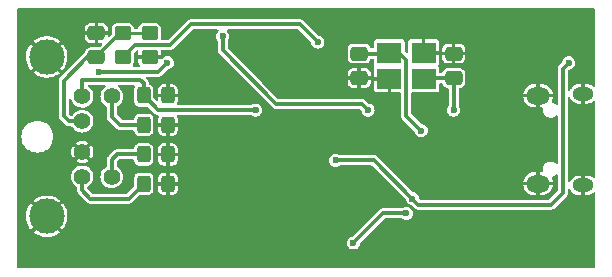
<source format=gbr>
%TF.GenerationSoftware,KiCad,Pcbnew,(6.0.0)*%
%TF.CreationDate,2022-01-04T17:40:29-06:00*%
%TF.ProjectId,minirib-usb,6d696e69-7269-4622-9d75-73622e6b6963,B*%
%TF.SameCoordinates,Original*%
%TF.FileFunction,Copper,L2,Bot*%
%TF.FilePolarity,Positive*%
%FSLAX46Y46*%
G04 Gerber Fmt 4.6, Leading zero omitted, Abs format (unit mm)*
G04 Created by KiCad (PCBNEW (6.0.0)) date 2022-01-04 17:40:29*
%MOMM*%
%LPD*%
G01*
G04 APERTURE LIST*
G04 Aperture macros list*
%AMRoundRect*
0 Rectangle with rounded corners*
0 $1 Rounding radius*
0 $2 $3 $4 $5 $6 $7 $8 $9 X,Y pos of 4 corners*
0 Add a 4 corners polygon primitive as box body*
4,1,4,$2,$3,$4,$5,$6,$7,$8,$9,$2,$3,0*
0 Add four circle primitives for the rounded corners*
1,1,$1+$1,$2,$3*
1,1,$1+$1,$4,$5*
1,1,$1+$1,$6,$7*
1,1,$1+$1,$8,$9*
0 Add four rect primitives between the rounded corners*
20,1,$1+$1,$2,$3,$4,$5,0*
20,1,$1+$1,$4,$5,$6,$7,0*
20,1,$1+$1,$6,$7,$8,$9,0*
20,1,$1+$1,$8,$9,$2,$3,0*%
G04 Aperture macros list end*
%TA.AperFunction,ComponentPad*%
%ADD10C,1.400000*%
%TD*%
%TA.AperFunction,ComponentPad*%
%ADD11C,3.000000*%
%TD*%
%TA.AperFunction,ComponentPad*%
%ADD12O,1.800000X1.150000*%
%TD*%
%TA.AperFunction,ComponentPad*%
%ADD13O,2.000000X1.450000*%
%TD*%
%TA.AperFunction,SMDPad,CuDef*%
%ADD14RoundRect,0.250000X0.475000X-0.337500X0.475000X0.337500X-0.475000X0.337500X-0.475000X-0.337500X0*%
%TD*%
%TA.AperFunction,SMDPad,CuDef*%
%ADD15RoundRect,0.249999X-0.325001X-0.450001X0.325001X-0.450001X0.325001X0.450001X-0.325001X0.450001X0*%
%TD*%
%TA.AperFunction,SMDPad,CuDef*%
%ADD16RoundRect,0.249999X-0.450001X0.350001X-0.450001X-0.350001X0.450001X-0.350001X0.450001X0.350001X0*%
%TD*%
%TA.AperFunction,SMDPad,CuDef*%
%ADD17RoundRect,0.249999X0.450001X-0.350001X0.450001X0.350001X-0.450001X0.350001X-0.450001X-0.350001X0*%
%TD*%
%TA.AperFunction,SMDPad,CuDef*%
%ADD18RoundRect,0.250000X-0.475000X0.337500X-0.475000X-0.337500X0.475000X-0.337500X0.475000X0.337500X0*%
%TD*%
%TA.AperFunction,SMDPad,CuDef*%
%ADD19R,2.100000X1.800000*%
%TD*%
%TA.AperFunction,ViaPad*%
%ADD20C,0.600000*%
%TD*%
%TA.AperFunction,Conductor*%
%ADD21C,0.350000*%
%TD*%
%TA.AperFunction,Conductor*%
%ADD22C,0.250000*%
%TD*%
G04 APERTURE END LIST*
D10*
%TO.P,J2,1*%
%TO.N,GND*%
X128800000Y-102300000D03*
%TO.P,J2,2*%
%TO.N,BIAS*%
X128800000Y-99700000D03*
%TO.P,J2,3*%
%TO.N,BUSY*%
X128800000Y-104400000D03*
%TO.P,J2,4*%
%TO.N,~{BUSY}*%
X128800000Y-97600000D03*
%TO.P,J2,5*%
%TO.N,BUS+*%
X131300000Y-104400000D03*
%TO.P,J2,6*%
%TO.N,BUS-*%
X131300000Y-97600000D03*
D11*
%TO.P,J2,SH*%
%TO.N,GND*%
X125800000Y-107750000D03*
X125800000Y-94250000D03*
%TD*%
D12*
%TO.P,J1,6,Shield*%
%TO.N,GND*%
X171200000Y-97375000D03*
X171200000Y-105125000D03*
D13*
X167400000Y-104975000D03*
X167400000Y-97525000D03*
%TD*%
D14*
%TO.P,C3,1*%
%TO.N,BIAS*%
X130000000Y-94287500D03*
%TO.P,C3,2*%
%TO.N,GND*%
X130000000Y-92212500D03*
%TD*%
D15*
%TO.P,D1,1,A1*%
%TO.N,BUS-*%
X134000000Y-100000000D03*
%TO.P,D1,2,A2*%
%TO.N,GND*%
X136050000Y-100000000D03*
%TD*%
%TO.P,D2,1,A1*%
%TO.N,~{BUSY}*%
X134000000Y-97500000D03*
%TO.P,D2,2,A2*%
%TO.N,GND*%
X136050000Y-97500000D03*
%TD*%
%TO.P,D3,1,A1*%
%TO.N,BUSY*%
X134000000Y-105000000D03*
%TO.P,D3,2,A2*%
%TO.N,GND*%
X136050000Y-105000000D03*
%TD*%
%TO.P,D4,1,A1*%
%TO.N,BUS+*%
X134000000Y-102500000D03*
%TO.P,D4,2,A2*%
%TO.N,GND*%
X136050000Y-102500000D03*
%TD*%
D16*
%TO.P,R3,1*%
%TO.N,BIAS*%
X132250000Y-92250000D03*
%TO.P,R3,2*%
%TO.N,+5V*%
X132250000Y-94250000D03*
%TD*%
D17*
%TO.P,R4,1*%
%TO.N,GND*%
X134500000Y-94250000D03*
%TO.P,R4,2*%
%TO.N,BIAS*%
X134500000Y-92250000D03*
%TD*%
D18*
%TO.P,C2,1*%
%TO.N,Net-(C2-Pad1)*%
X152250000Y-93962500D03*
%TO.P,C2,2*%
%TO.N,GND*%
X152250000Y-96037500D03*
%TD*%
D19*
%TO.P,Y1,1,1*%
%TO.N,Net-(C9-Pad1)*%
X157700000Y-96100000D03*
%TO.P,Y1,2,2*%
%TO.N,GND*%
X154800000Y-96100000D03*
%TO.P,Y1,3,3*%
%TO.N,Net-(C2-Pad1)*%
X154800000Y-93900000D03*
%TO.P,Y1,4,4*%
%TO.N,GND*%
X157700000Y-93900000D03*
%TD*%
D14*
%TO.P,C9,1*%
%TO.N,Net-(C9-Pad1)*%
X160250000Y-96037500D03*
%TO.P,C9,2*%
%TO.N,GND*%
X160250000Y-93962500D03*
%TD*%
D20*
%TO.N,GND*%
X171750000Y-90500000D03*
X140750000Y-90500000D03*
X123750000Y-90500000D03*
X146750000Y-90500000D03*
X163750000Y-90500000D03*
X127750000Y-90500000D03*
X155750000Y-90500000D03*
X151750000Y-90500000D03*
X148750000Y-90500000D03*
X166750000Y-90500000D03*
X137750000Y-90500000D03*
X143750000Y-90500000D03*
X157750000Y-90500000D03*
X130750000Y-90500000D03*
X159750000Y-90500000D03*
X125750000Y-90500000D03*
X129750000Y-90500000D03*
X131750000Y-90500000D03*
X128750000Y-90500000D03*
X134750000Y-90500000D03*
X153750000Y-90500000D03*
X124750000Y-90500000D03*
X126750000Y-90500000D03*
X138750000Y-90500000D03*
X147750000Y-90500000D03*
X141750000Y-90500000D03*
X144750000Y-90500000D03*
X135750000Y-90500000D03*
X158750000Y-90500000D03*
X149750000Y-90500000D03*
X150750000Y-90500000D03*
X152750000Y-90500000D03*
X154750000Y-90500000D03*
X156750000Y-90500000D03*
X161750000Y-90500000D03*
X132750000Y-90500000D03*
X165750000Y-90500000D03*
X162750000Y-90500000D03*
X164750000Y-90500000D03*
X142750000Y-90500000D03*
X133750000Y-90500000D03*
X160750000Y-90500000D03*
X139750000Y-90500000D03*
X145750000Y-90500000D03*
X136750000Y-90500000D03*
X168750000Y-90500000D03*
X169750000Y-90500000D03*
X170750000Y-90500000D03*
X167750000Y-90500000D03*
X127750000Y-111750000D03*
X170750000Y-111750000D03*
X148750000Y-111750000D03*
X144750000Y-111750000D03*
X129750000Y-111750000D03*
X137750000Y-111750000D03*
X138750000Y-111750000D03*
X171750000Y-109750000D03*
X160000000Y-109800000D03*
X128750000Y-111750000D03*
X151750000Y-111750000D03*
X123750000Y-111750000D03*
X164750000Y-111750000D03*
X171750000Y-107750000D03*
X133750000Y-111750000D03*
X160800000Y-109000000D03*
X171750000Y-92500000D03*
X171750000Y-103500000D03*
X171750000Y-91500000D03*
X136750000Y-111750000D03*
X141600000Y-109000000D03*
X168750000Y-111750000D03*
X148200000Y-99000000D03*
X171750000Y-99500000D03*
X143400000Y-109000000D03*
X140750000Y-111750000D03*
X130750000Y-111750000D03*
X149750000Y-111750000D03*
X171750000Y-100500000D03*
X167750000Y-111750000D03*
X125750000Y-111750000D03*
X166750000Y-111750000D03*
X171750000Y-110750000D03*
X124750000Y-111750000D03*
X169750000Y-111750000D03*
X171750000Y-94500000D03*
X134750000Y-111750000D03*
X171750000Y-98500000D03*
X171750000Y-108750000D03*
X131750000Y-111750000D03*
X162750000Y-111750000D03*
X152750000Y-111750000D03*
X171750000Y-102500000D03*
X171750000Y-93500000D03*
X156750000Y-111750000D03*
X154750000Y-111750000D03*
X171750000Y-95500000D03*
X159750000Y-111750000D03*
X160750000Y-111750000D03*
X153750000Y-111750000D03*
X143400000Y-110000000D03*
X150750000Y-111750000D03*
X171750000Y-106750000D03*
X132750000Y-111750000D03*
X145750000Y-111750000D03*
X151400000Y-100800000D03*
X160800000Y-109800000D03*
X135750000Y-111750000D03*
X163750000Y-111750000D03*
X126750000Y-111750000D03*
X161750000Y-111750000D03*
X157750000Y-111750000D03*
X165750000Y-111750000D03*
X171750000Y-111750000D03*
X155750000Y-111750000D03*
X158750000Y-111750000D03*
X146750000Y-111750000D03*
X139750000Y-111750000D03*
X171750000Y-101500000D03*
X147750000Y-111750000D03*
%TO.N,+5V*%
X148750000Y-93000000D03*
%TO.N,Net-(C2-Pad1)*%
X157500000Y-100500000D03*
%TO.N,TXD*%
X156250000Y-107500000D03*
X151750000Y-110000000D03*
%TO.N,~{CTS}*%
X153000000Y-98750000D03*
X140700500Y-92500000D03*
%TO.N,RXD*%
X150250000Y-103000000D03*
X156750000Y-106250000D03*
X170000000Y-94750000D03*
%TO.N,~{BUSY}*%
X143500000Y-98750000D03*
%TO.N,BUSY*%
X136000000Y-94750000D03*
X130250000Y-95500000D03*
%TO.N,Net-(C9-Pad1)*%
X160250000Y-98750000D03*
%TD*%
D21*
%TO.N,+5V*%
X133275480Y-93224520D02*
X136275480Y-93224520D01*
X136275480Y-93224520D02*
X137750000Y-91750000D01*
X137750000Y-91750000D02*
X138000000Y-91500000D01*
X138000000Y-91500000D02*
X147250000Y-91500000D01*
X147250000Y-91500000D02*
X148750000Y-93000000D01*
X132250000Y-94250000D02*
X133275480Y-93224520D01*
%TO.N,Net-(C2-Pad1)*%
X156224511Y-94474511D02*
X155650000Y-93900000D01*
X156224511Y-99224511D02*
X156224511Y-94474511D01*
X157500000Y-100500000D02*
X156224511Y-99224511D01*
X152250000Y-93962500D02*
X154737500Y-93962500D01*
X155650000Y-93900000D02*
X154800000Y-93900000D01*
X154737500Y-93962500D02*
X154800000Y-93900000D01*
%TO.N,BIAS*%
X129212500Y-94287500D02*
X127250000Y-96250000D01*
X132037500Y-92250000D02*
X130000000Y-94287500D01*
D22*
X134500000Y-92250000D02*
X132250000Y-92250000D01*
D21*
X127700000Y-99700000D02*
X128800000Y-99700000D01*
X127250000Y-99250000D02*
X127700000Y-99700000D01*
X127250000Y-96250000D02*
X127250000Y-99250000D01*
X132250000Y-92250000D02*
X132037500Y-92250000D01*
X130000000Y-94287500D02*
X129212500Y-94287500D01*
%TO.N,TXD*%
X156250000Y-107500000D02*
X154250000Y-107500000D01*
X154250000Y-107500000D02*
X151750000Y-110000000D01*
%TO.N,~{CTS}*%
X140700500Y-92500000D02*
X140700500Y-93700500D01*
X153000000Y-98750000D02*
X152500000Y-98250000D01*
X140700500Y-93700500D02*
X145250000Y-98250000D01*
X145250000Y-98250000D02*
X152500000Y-98250000D01*
%TO.N,RXD*%
X168500000Y-106750000D02*
X169500000Y-105750000D01*
X169500000Y-105750000D02*
X169500000Y-95500000D01*
X169500000Y-95500000D02*
X169500000Y-95250000D01*
X153500000Y-103000000D02*
X150250000Y-103000000D01*
X169500000Y-95250000D02*
X170000000Y-94750000D01*
X156750000Y-106250000D02*
X157250000Y-106750000D01*
X157250000Y-106750000D02*
X168500000Y-106750000D01*
X156750000Y-106250000D02*
X153500000Y-103000000D01*
%TO.N,BUS-*%
X132000000Y-100000000D02*
X134000000Y-100000000D01*
X131300000Y-99300000D02*
X132000000Y-100000000D01*
X131300000Y-97600000D02*
X131300000Y-99300000D01*
%TO.N,~{BUSY}*%
X128800000Y-97600000D02*
X128800000Y-96200000D01*
X128800000Y-96200000D02*
X133700000Y-96200000D01*
X143500000Y-98750000D02*
X135250000Y-98750000D01*
X133700000Y-96200000D02*
X134000000Y-96500000D01*
X134000000Y-96500000D02*
X134000000Y-97500000D01*
X135250000Y-98750000D02*
X134000000Y-97500000D01*
%TO.N,BUSY*%
X135250000Y-95500000D02*
X130250000Y-95500000D01*
X136000000Y-94750000D02*
X135250000Y-95500000D01*
X132750000Y-106250000D02*
X129500000Y-106250000D01*
X128800000Y-105550000D02*
X128800000Y-104400000D01*
X129500000Y-106250000D02*
X128800000Y-105550000D01*
X134000000Y-105000000D02*
X132750000Y-106250000D01*
%TO.N,BUS+*%
X131300000Y-102950000D02*
X131750000Y-102500000D01*
X131750000Y-102500000D02*
X134000000Y-102500000D01*
X131300000Y-104400000D02*
X131300000Y-102950000D01*
%TO.N,Net-(C9-Pad1)*%
X160250000Y-96037500D02*
X157762500Y-96037500D01*
X157762500Y-96037500D02*
X157700000Y-96100000D01*
X160250000Y-98750000D02*
X160250000Y-96037500D01*
%TD*%
%TA.AperFunction,Conductor*%
%TO.N,GND*%
G36*
X172209191Y-90168907D02*
G01*
X172245155Y-90218407D01*
X172250000Y-90249000D01*
X172250000Y-96690479D01*
X172231093Y-96748670D01*
X172181593Y-96784634D01*
X172120407Y-96784634D01*
X172090870Y-96769126D01*
X171959153Y-96668421D01*
X171950030Y-96662896D01*
X171797296Y-96591675D01*
X171787208Y-96588240D01*
X171621463Y-96551192D01*
X171613455Y-96550081D01*
X171613399Y-96550077D01*
X171610619Y-96550000D01*
X171365680Y-96550000D01*
X171352995Y-96554122D01*
X171350000Y-96558243D01*
X171350000Y-98184320D01*
X171354122Y-98197005D01*
X171358243Y-98200000D01*
X171567108Y-98200000D01*
X171572442Y-98199711D01*
X171697876Y-98186085D01*
X171708279Y-98183797D01*
X171868009Y-98130042D01*
X171877684Y-98125572D01*
X172022140Y-98038773D01*
X172030635Y-98032326D01*
X172082979Y-97982827D01*
X172138250Y-97956583D01*
X172198391Y-97967838D01*
X172240430Y-98012294D01*
X172250000Y-98054758D01*
X172250000Y-104440479D01*
X172231093Y-104498670D01*
X172181593Y-104534634D01*
X172120407Y-104534634D01*
X172090870Y-104519126D01*
X171959153Y-104418421D01*
X171950030Y-104412896D01*
X171797296Y-104341675D01*
X171787208Y-104338240D01*
X171621463Y-104301192D01*
X171613455Y-104300081D01*
X171613399Y-104300077D01*
X171610619Y-104300000D01*
X171365680Y-104300000D01*
X171352995Y-104304122D01*
X171350000Y-104308243D01*
X171350000Y-105934320D01*
X171354122Y-105947005D01*
X171358243Y-105950000D01*
X171567108Y-105950000D01*
X171572442Y-105949711D01*
X171697876Y-105936085D01*
X171708279Y-105933797D01*
X171868009Y-105880042D01*
X171877684Y-105875572D01*
X172022140Y-105788773D01*
X172030635Y-105782326D01*
X172082979Y-105732827D01*
X172138250Y-105706583D01*
X172198391Y-105717838D01*
X172240430Y-105762294D01*
X172250000Y-105804758D01*
X172250000Y-112051000D01*
X172231093Y-112109191D01*
X172181593Y-112145155D01*
X172151000Y-112150000D01*
X123349000Y-112150000D01*
X123290809Y-112131093D01*
X123254845Y-112081593D01*
X123250000Y-112051000D01*
X123250000Y-110000000D01*
X151194750Y-110000000D01*
X151195597Y-110006433D01*
X151206187Y-110086868D01*
X151213670Y-110143709D01*
X151269139Y-110277625D01*
X151357379Y-110392621D01*
X151472375Y-110480861D01*
X151606291Y-110536330D01*
X151612720Y-110537176D01*
X151612722Y-110537177D01*
X151743567Y-110554403D01*
X151750000Y-110555250D01*
X151756433Y-110554403D01*
X151887278Y-110537177D01*
X151887280Y-110537176D01*
X151893709Y-110536330D01*
X152027625Y-110480861D01*
X152142621Y-110392621D01*
X152230861Y-110277625D01*
X152286330Y-110143709D01*
X152293813Y-110086867D01*
X152321962Y-110029786D01*
X154397252Y-107954496D01*
X154451769Y-107926719D01*
X154467256Y-107925500D01*
X155866621Y-107925500D01*
X155926889Y-107945958D01*
X155972375Y-107980861D01*
X156106291Y-108036330D01*
X156112720Y-108037176D01*
X156112722Y-108037177D01*
X156243567Y-108054403D01*
X156250000Y-108055250D01*
X156256433Y-108054403D01*
X156387278Y-108037177D01*
X156387280Y-108037176D01*
X156393709Y-108036330D01*
X156527625Y-107980861D01*
X156642621Y-107892621D01*
X156730861Y-107777625D01*
X156786330Y-107643709D01*
X156805250Y-107500000D01*
X156786330Y-107356291D01*
X156730861Y-107222375D01*
X156642621Y-107107379D01*
X156527625Y-107019139D01*
X156393709Y-106963670D01*
X156387280Y-106962824D01*
X156387278Y-106962823D01*
X156256433Y-106945597D01*
X156250000Y-106944750D01*
X156243567Y-106945597D01*
X156112722Y-106962823D01*
X156112720Y-106962824D01*
X156106291Y-106963670D01*
X155972375Y-107019139D01*
X155967226Y-107023090D01*
X155926889Y-107054042D01*
X155866621Y-107074500D01*
X154182607Y-107074500D01*
X154175202Y-107076906D01*
X154175196Y-107076907D01*
X154157767Y-107082570D01*
X154142665Y-107086196D01*
X154124570Y-107089062D01*
X154116874Y-107090281D01*
X154093598Y-107102140D01*
X154079256Y-107108081D01*
X154054419Y-107116151D01*
X154033285Y-107131506D01*
X154020056Y-107139612D01*
X153996780Y-107151472D01*
X151720214Y-109428038D01*
X151663133Y-109456187D01*
X151639003Y-109459363D01*
X151612722Y-109462823D01*
X151612720Y-109462824D01*
X151606291Y-109463670D01*
X151472375Y-109519139D01*
X151357379Y-109607379D01*
X151269139Y-109722375D01*
X151213670Y-109856291D01*
X151194750Y-110000000D01*
X123250000Y-110000000D01*
X123250000Y-109092605D01*
X124675356Y-109092605D01*
X124675546Y-109093804D01*
X124679684Y-109098671D01*
X124867082Y-109236076D01*
X124873287Y-109239954D01*
X125096977Y-109357643D01*
X125103705Y-109360568D01*
X125342333Y-109443900D01*
X125349400Y-109445794D01*
X125597730Y-109492941D01*
X125605010Y-109493770D01*
X125857575Y-109503694D01*
X125864895Y-109503438D01*
X126116165Y-109475920D01*
X126123348Y-109474588D01*
X126367794Y-109410231D01*
X126374720Y-109407846D01*
X126606948Y-109308073D01*
X126613449Y-109304689D01*
X126828382Y-109171685D01*
X126834315Y-109167374D01*
X126914911Y-109099145D01*
X126921931Y-109087800D01*
X126921704Y-109084740D01*
X126919909Y-109082041D01*
X125811086Y-107973218D01*
X125799203Y-107967164D01*
X125794172Y-107967960D01*
X124681410Y-109080722D01*
X124675356Y-109092605D01*
X123250000Y-109092605D01*
X123250000Y-107707729D01*
X124045870Y-107707729D01*
X124057998Y-107960204D01*
X124058890Y-107967467D01*
X124108202Y-108215379D01*
X124110159Y-108222435D01*
X124195568Y-108460318D01*
X124198557Y-108467031D01*
X124318184Y-108689668D01*
X124322127Y-108695859D01*
X124449496Y-108866426D01*
X124460388Y-108874124D01*
X124461838Y-108874105D01*
X124466929Y-108870939D01*
X125576782Y-107761086D01*
X125582024Y-107750797D01*
X126017164Y-107750797D01*
X126017960Y-107755828D01*
X127128178Y-108866046D01*
X127140061Y-108872100D01*
X127143548Y-108871548D01*
X127145476Y-108870048D01*
X127199110Y-108808890D01*
X127203520Y-108803037D01*
X127340252Y-108590462D01*
X127343754Y-108584013D01*
X127447565Y-108353562D01*
X127450069Y-108346683D01*
X127518680Y-108103408D01*
X127520141Y-108096224D01*
X127552188Y-107844312D01*
X127552567Y-107839362D01*
X127554842Y-107752492D01*
X127554722Y-107747517D01*
X127535903Y-107494262D01*
X127534822Y-107487033D01*
X127479036Y-107240495D01*
X127476896Y-107233494D01*
X127385283Y-106997913D01*
X127382132Y-106991307D01*
X127256708Y-106771859D01*
X127252609Y-106765782D01*
X127149350Y-106634801D01*
X127138262Y-106627392D01*
X127136118Y-106627476D01*
X127132056Y-106630076D01*
X126023218Y-107738914D01*
X126017164Y-107750797D01*
X125582024Y-107750797D01*
X125582836Y-107749203D01*
X125582040Y-107744172D01*
X124472059Y-106634191D01*
X124460176Y-106628137D01*
X124457374Y-106628580D01*
X124454528Y-106630854D01*
X124373650Y-106728098D01*
X124369398Y-106734059D01*
X124238274Y-106950145D01*
X124234944Y-106956681D01*
X124137202Y-107189770D01*
X124134875Y-107196723D01*
X124072658Y-107441703D01*
X124071386Y-107448919D01*
X124046062Y-107700410D01*
X124045870Y-107707729D01*
X123250000Y-107707729D01*
X123250000Y-106411549D01*
X124677580Y-106411549D01*
X124677957Y-106415293D01*
X124679107Y-106416975D01*
X125788914Y-107526782D01*
X125800797Y-107532836D01*
X125805828Y-107532040D01*
X126917679Y-106420189D01*
X126923733Y-106408306D01*
X126923037Y-106403912D01*
X126922535Y-106403243D01*
X126907078Y-106388701D01*
X126901377Y-106384085D01*
X126693704Y-106240017D01*
X126687381Y-106236293D01*
X126460704Y-106124509D01*
X126453895Y-106121757D01*
X126213171Y-106044700D01*
X126206054Y-106042991D01*
X125956569Y-106002360D01*
X125949285Y-106001723D01*
X125696529Y-105998414D01*
X125689233Y-105998860D01*
X125438766Y-106032948D01*
X125431614Y-106034468D01*
X125188946Y-106105199D01*
X125182081Y-106107766D01*
X124952539Y-106213586D01*
X124946133Y-106217138D01*
X124734747Y-106355728D01*
X124728946Y-106360179D01*
X124684298Y-106400029D01*
X124677580Y-106411549D01*
X123250000Y-106411549D01*
X123250000Y-104386665D01*
X127844994Y-104386665D01*
X127847197Y-104412896D01*
X127857965Y-104541125D01*
X127860592Y-104572414D01*
X127861925Y-104577062D01*
X127861925Y-104577063D01*
X127871829Y-104611601D01*
X127911971Y-104751595D01*
X127997176Y-104917385D01*
X128112959Y-105063468D01*
X128116646Y-105066606D01*
X128116648Y-105066608D01*
X128251224Y-105181141D01*
X128251229Y-105181144D01*
X128254912Y-105184279D01*
X128259134Y-105186639D01*
X128259139Y-105186642D01*
X128323798Y-105222778D01*
X128365370Y-105267671D01*
X128374500Y-105309197D01*
X128374500Y-105617393D01*
X128376906Y-105624798D01*
X128376907Y-105624804D01*
X128382570Y-105642233D01*
X128386196Y-105657335D01*
X128390281Y-105683126D01*
X128402140Y-105706402D01*
X128408081Y-105720744D01*
X128416151Y-105745581D01*
X128431506Y-105766715D01*
X128439612Y-105779944D01*
X128451472Y-105803220D01*
X129246780Y-106598528D01*
X129270056Y-106610388D01*
X129283285Y-106618494D01*
X129304419Y-106633849D01*
X129329256Y-106641919D01*
X129343598Y-106647860D01*
X129366874Y-106659719D01*
X129374570Y-106660938D01*
X129392665Y-106663804D01*
X129407767Y-106667430D01*
X129425196Y-106673093D01*
X129425202Y-106673094D01*
X129432607Y-106675500D01*
X132817393Y-106675500D01*
X132824798Y-106673094D01*
X132824804Y-106673093D01*
X132842233Y-106667430D01*
X132857335Y-106663804D01*
X132875430Y-106660938D01*
X132883126Y-106659719D01*
X132906402Y-106647860D01*
X132920744Y-106641919D01*
X132945581Y-106633849D01*
X132966715Y-106618494D01*
X132979944Y-106610388D01*
X133003220Y-106598528D01*
X133622252Y-105979496D01*
X133676769Y-105951719D01*
X133692256Y-105950500D01*
X134372378Y-105950500D01*
X134433581Y-105943851D01*
X134567824Y-105893526D01*
X134682547Y-105807547D01*
X134687048Y-105801542D01*
X134752903Y-105713670D01*
X134768526Y-105692824D01*
X134818851Y-105558581D01*
X134825500Y-105497378D01*
X134825500Y-105494655D01*
X135225001Y-105494655D01*
X135225290Y-105499995D01*
X135230972Y-105552301D01*
X135233821Y-105564286D01*
X135279440Y-105685975D01*
X135286148Y-105698228D01*
X135363577Y-105801542D01*
X135373458Y-105811423D01*
X135476772Y-105888852D01*
X135489025Y-105895560D01*
X135610712Y-105941178D01*
X135622701Y-105944029D01*
X135675008Y-105949711D01*
X135680342Y-105950000D01*
X135884320Y-105950000D01*
X135897005Y-105945878D01*
X135900000Y-105941757D01*
X135900000Y-105934319D01*
X136200000Y-105934319D01*
X136204122Y-105947004D01*
X136208243Y-105949999D01*
X136419655Y-105949999D01*
X136424995Y-105949710D01*
X136477301Y-105944028D01*
X136489286Y-105941179D01*
X136610975Y-105895560D01*
X136623228Y-105888852D01*
X136726542Y-105811423D01*
X136736423Y-105801542D01*
X136813852Y-105698228D01*
X136820560Y-105685975D01*
X136866178Y-105564288D01*
X136869029Y-105552299D01*
X136874711Y-105499992D01*
X136875000Y-105494658D01*
X136875000Y-105165680D01*
X136870878Y-105152995D01*
X136866757Y-105150000D01*
X136215680Y-105150000D01*
X136202995Y-105154122D01*
X136200000Y-105158243D01*
X136200000Y-105934319D01*
X135900000Y-105934319D01*
X135900000Y-105165680D01*
X135895878Y-105152995D01*
X135891757Y-105150000D01*
X135240681Y-105150000D01*
X135227996Y-105154122D01*
X135225001Y-105158243D01*
X135225001Y-105494655D01*
X134825500Y-105494655D01*
X134825500Y-104834320D01*
X135225000Y-104834320D01*
X135229122Y-104847005D01*
X135233243Y-104850000D01*
X135884320Y-104850000D01*
X135897005Y-104845878D01*
X135900000Y-104841757D01*
X135900000Y-104834320D01*
X136200000Y-104834320D01*
X136204122Y-104847005D01*
X136208243Y-104850000D01*
X136859319Y-104850000D01*
X136872004Y-104845878D01*
X136874999Y-104841757D01*
X136874999Y-104505345D01*
X136874710Y-104500005D01*
X136869028Y-104447699D01*
X136866179Y-104435714D01*
X136820560Y-104314025D01*
X136813852Y-104301772D01*
X136736423Y-104198458D01*
X136726542Y-104188577D01*
X136623228Y-104111148D01*
X136610975Y-104104440D01*
X136489288Y-104058822D01*
X136477299Y-104055971D01*
X136424992Y-104050289D01*
X136419658Y-104050000D01*
X136215680Y-104050000D01*
X136202995Y-104054122D01*
X136200000Y-104058243D01*
X136200000Y-104834320D01*
X135900000Y-104834320D01*
X135900000Y-104065681D01*
X135895878Y-104052996D01*
X135891757Y-104050001D01*
X135680345Y-104050001D01*
X135675005Y-104050290D01*
X135622699Y-104055972D01*
X135610714Y-104058821D01*
X135489025Y-104104440D01*
X135476772Y-104111148D01*
X135373458Y-104188577D01*
X135363577Y-104198458D01*
X135286148Y-104301772D01*
X135279440Y-104314025D01*
X135233822Y-104435712D01*
X135230971Y-104447701D01*
X135225289Y-104500008D01*
X135225000Y-104505342D01*
X135225000Y-104834320D01*
X134825500Y-104834320D01*
X134825500Y-104502622D01*
X134818851Y-104441419D01*
X134768526Y-104307176D01*
X134687116Y-104198549D01*
X134686780Y-104198101D01*
X134682547Y-104192453D01*
X134567824Y-104106474D01*
X134433581Y-104056149D01*
X134372378Y-104049500D01*
X133627622Y-104049500D01*
X133566419Y-104056149D01*
X133432176Y-104106474D01*
X133317453Y-104192453D01*
X133313220Y-104198101D01*
X133312884Y-104198549D01*
X133231474Y-104307176D01*
X133181149Y-104441419D01*
X133174500Y-104502622D01*
X133174500Y-105182744D01*
X133155593Y-105240935D01*
X133145504Y-105252748D01*
X132602748Y-105795504D01*
X132548231Y-105823281D01*
X132532744Y-105824500D01*
X129717256Y-105824500D01*
X129659065Y-105805593D01*
X129647252Y-105795504D01*
X129254496Y-105402748D01*
X129226719Y-105348231D01*
X129225500Y-105332744D01*
X129225500Y-105310899D01*
X129244407Y-105252708D01*
X129279864Y-105222533D01*
X129307444Y-105208602D01*
X129307450Y-105208598D01*
X129311768Y-105206417D01*
X129458655Y-105091656D01*
X129580454Y-104950550D01*
X129637574Y-104850000D01*
X129670137Y-104792680D01*
X129670138Y-104792677D01*
X129672526Y-104788474D01*
X129680910Y-104763273D01*
X129729837Y-104616192D01*
X129729837Y-104616190D01*
X129731364Y-104611601D01*
X129734919Y-104583465D01*
X129743047Y-104519126D01*
X129754727Y-104426668D01*
X129755099Y-104400000D01*
X129753791Y-104386665D01*
X130344994Y-104386665D01*
X130347197Y-104412896D01*
X130357965Y-104541125D01*
X130360592Y-104572414D01*
X130361925Y-104577062D01*
X130361925Y-104577063D01*
X130371829Y-104611601D01*
X130411971Y-104751595D01*
X130497176Y-104917385D01*
X130612959Y-105063468D01*
X130616646Y-105066606D01*
X130616648Y-105066608D01*
X130751224Y-105181141D01*
X130751229Y-105181144D01*
X130754912Y-105184279D01*
X130759134Y-105186639D01*
X130759139Y-105186642D01*
X130856286Y-105240935D01*
X130917627Y-105275217D01*
X130922225Y-105276711D01*
X131090302Y-105331323D01*
X131090304Y-105331324D01*
X131094907Y-105332819D01*
X131279998Y-105354890D01*
X131284820Y-105354519D01*
X131284823Y-105354519D01*
X131461023Y-105340961D01*
X131461028Y-105340960D01*
X131465851Y-105340589D01*
X131645387Y-105290462D01*
X131649700Y-105288283D01*
X131649706Y-105288281D01*
X131807447Y-105208600D01*
X131807449Y-105208598D01*
X131811768Y-105206417D01*
X131958655Y-105091656D01*
X132080454Y-104950550D01*
X132137574Y-104850000D01*
X132170137Y-104792680D01*
X132170138Y-104792677D01*
X132172526Y-104788474D01*
X132180910Y-104763273D01*
X132229837Y-104616192D01*
X132229837Y-104616190D01*
X132231364Y-104611601D01*
X132234919Y-104583465D01*
X132243047Y-104519126D01*
X132254727Y-104426668D01*
X132255099Y-104400000D01*
X132236909Y-104214487D01*
X132183033Y-104036040D01*
X132095522Y-103871456D01*
X131977710Y-103727005D01*
X131973981Y-103723920D01*
X131837812Y-103611270D01*
X131837810Y-103611269D01*
X131834085Y-103608187D01*
X131784690Y-103581479D01*
X131777413Y-103577544D01*
X131735218Y-103533235D01*
X131725500Y-103490459D01*
X131725500Y-103167255D01*
X131744407Y-103109064D01*
X131754496Y-103097252D01*
X131897250Y-102954497D01*
X131951767Y-102926719D01*
X131967254Y-102925500D01*
X133077864Y-102925500D01*
X133136055Y-102944407D01*
X133172019Y-102993907D01*
X133176285Y-103013807D01*
X133181149Y-103058581D01*
X133231474Y-103192824D01*
X133267179Y-103240466D01*
X133312953Y-103301542D01*
X133317453Y-103307547D01*
X133323101Y-103311780D01*
X133339261Y-103323891D01*
X133432176Y-103393526D01*
X133566419Y-103443851D01*
X133627622Y-103450500D01*
X134372378Y-103450500D01*
X134433581Y-103443851D01*
X134567824Y-103393526D01*
X134660739Y-103323891D01*
X134676899Y-103311780D01*
X134682547Y-103307547D01*
X134687048Y-103301542D01*
X134732821Y-103240466D01*
X134768526Y-103192824D01*
X134818851Y-103058581D01*
X134825500Y-102997378D01*
X134825500Y-102994655D01*
X135225001Y-102994655D01*
X135225290Y-102999995D01*
X135230972Y-103052301D01*
X135233821Y-103064286D01*
X135279440Y-103185975D01*
X135286148Y-103198228D01*
X135363577Y-103301542D01*
X135373458Y-103311423D01*
X135476772Y-103388852D01*
X135489025Y-103395560D01*
X135610712Y-103441178D01*
X135622701Y-103444029D01*
X135675008Y-103449711D01*
X135680342Y-103450000D01*
X135884320Y-103450000D01*
X135897005Y-103445878D01*
X135900000Y-103441757D01*
X135900000Y-103434319D01*
X136200000Y-103434319D01*
X136204122Y-103447004D01*
X136208243Y-103449999D01*
X136419655Y-103449999D01*
X136424995Y-103449710D01*
X136477301Y-103444028D01*
X136489286Y-103441179D01*
X136610975Y-103395560D01*
X136623228Y-103388852D01*
X136726542Y-103311423D01*
X136736423Y-103301542D01*
X136813852Y-103198228D01*
X136820560Y-103185975D01*
X136866178Y-103064288D01*
X136869029Y-103052299D01*
X136874710Y-103000000D01*
X149694750Y-103000000D01*
X149695597Y-103006433D01*
X149711836Y-103129777D01*
X149713670Y-103143709D01*
X149769139Y-103277625D01*
X149857379Y-103392621D01*
X149972375Y-103480861D01*
X150106291Y-103536330D01*
X150112720Y-103537176D01*
X150112722Y-103537177D01*
X150243567Y-103554403D01*
X150250000Y-103555250D01*
X150256433Y-103554403D01*
X150387278Y-103537177D01*
X150387280Y-103537176D01*
X150393709Y-103536330D01*
X150527625Y-103480861D01*
X150568221Y-103449710D01*
X150573111Y-103445958D01*
X150633379Y-103425500D01*
X153282744Y-103425500D01*
X153340935Y-103444407D01*
X153352748Y-103454496D01*
X156178038Y-106279785D01*
X156206187Y-106336867D01*
X156213670Y-106393709D01*
X156269139Y-106527625D01*
X156357379Y-106642621D01*
X156472375Y-106730861D01*
X156606291Y-106786330D01*
X156612720Y-106787176D01*
X156612722Y-106787177D01*
X156639003Y-106790637D01*
X156663133Y-106793813D01*
X156720214Y-106821962D01*
X156996780Y-107098528D01*
X157003717Y-107102062D01*
X157003719Y-107102064D01*
X157020045Y-107110382D01*
X157033292Y-107118500D01*
X157054419Y-107133850D01*
X157061827Y-107136257D01*
X157061833Y-107136260D01*
X157079259Y-107141922D01*
X157093608Y-107147865D01*
X157109931Y-107156182D01*
X157109934Y-107156183D01*
X157116874Y-107159719D01*
X157124570Y-107160938D01*
X157142665Y-107163804D01*
X157157764Y-107167428D01*
X157182607Y-107175500D01*
X168567393Y-107175500D01*
X168574798Y-107173094D01*
X168574804Y-107173093D01*
X168592233Y-107167430D01*
X168607335Y-107163804D01*
X168625430Y-107160938D01*
X168633126Y-107159719D01*
X168656402Y-107147860D01*
X168670744Y-107141919D01*
X168695581Y-107133849D01*
X168716715Y-107118494D01*
X168729944Y-107110388D01*
X168753220Y-107098528D01*
X169848528Y-106003220D01*
X169860386Y-105979948D01*
X169868495Y-105966714D01*
X169883850Y-105945580D01*
X169887509Y-105934320D01*
X169891920Y-105920742D01*
X169897865Y-105906390D01*
X169909719Y-105883126D01*
X169913804Y-105857335D01*
X169917428Y-105842236D01*
X169925500Y-105817393D01*
X169925500Y-105493095D01*
X169944407Y-105434904D01*
X169993907Y-105398940D01*
X170055093Y-105398940D01*
X170104593Y-105434904D01*
X170112073Y-105446923D01*
X170184509Y-105584309D01*
X170190472Y-105593151D01*
X170299249Y-105721871D01*
X170306968Y-105729221D01*
X170440847Y-105831579D01*
X170449970Y-105837104D01*
X170602704Y-105908325D01*
X170612792Y-105911760D01*
X170778537Y-105948808D01*
X170786545Y-105949919D01*
X170786601Y-105949923D01*
X170789381Y-105950000D01*
X171034320Y-105950000D01*
X171047005Y-105945878D01*
X171050000Y-105941757D01*
X171050000Y-104315680D01*
X171045878Y-104302995D01*
X171041757Y-104300000D01*
X170832892Y-104300000D01*
X170827558Y-104300289D01*
X170702124Y-104313915D01*
X170691721Y-104316203D01*
X170531991Y-104369958D01*
X170522316Y-104374428D01*
X170377860Y-104461227D01*
X170369370Y-104467670D01*
X170246921Y-104583465D01*
X170240012Y-104591583D01*
X170145286Y-104730968D01*
X170140281Y-104740381D01*
X170116420Y-104800038D01*
X170077255Y-104847046D01*
X170017939Y-104862055D01*
X169961129Y-104839333D01*
X169928525Y-104787558D01*
X169925500Y-104763273D01*
X169925500Y-97743095D01*
X169944407Y-97684904D01*
X169993907Y-97648940D01*
X170055093Y-97648940D01*
X170104593Y-97684904D01*
X170112073Y-97696923D01*
X170184509Y-97834309D01*
X170190472Y-97843151D01*
X170299249Y-97971871D01*
X170306968Y-97979221D01*
X170440847Y-98081579D01*
X170449970Y-98087104D01*
X170602704Y-98158325D01*
X170612792Y-98161760D01*
X170778537Y-98198808D01*
X170786545Y-98199919D01*
X170786601Y-98199923D01*
X170789381Y-98200000D01*
X171034320Y-98200000D01*
X171047005Y-98195878D01*
X171050000Y-98191757D01*
X171050000Y-96565680D01*
X171045878Y-96552995D01*
X171041757Y-96550000D01*
X170832892Y-96550000D01*
X170827558Y-96550289D01*
X170702124Y-96563915D01*
X170691721Y-96566203D01*
X170531991Y-96619958D01*
X170522316Y-96624428D01*
X170377860Y-96711227D01*
X170369370Y-96717670D01*
X170246921Y-96833465D01*
X170240012Y-96841583D01*
X170145286Y-96980968D01*
X170140281Y-96990381D01*
X170116420Y-97050038D01*
X170077255Y-97097046D01*
X170017939Y-97112055D01*
X169961129Y-97089333D01*
X169928525Y-97037558D01*
X169925500Y-97013273D01*
X169925500Y-95467256D01*
X169944407Y-95409065D01*
X169954496Y-95397252D01*
X170029786Y-95321962D01*
X170086867Y-95293813D01*
X170110997Y-95290637D01*
X170137278Y-95287177D01*
X170137280Y-95287176D01*
X170143709Y-95286330D01*
X170277625Y-95230861D01*
X170392621Y-95142621D01*
X170480861Y-95027625D01*
X170536330Y-94893709D01*
X170538995Y-94873471D01*
X170554403Y-94756433D01*
X170555250Y-94750000D01*
X170545031Y-94672377D01*
X170537177Y-94612722D01*
X170537176Y-94612720D01*
X170536330Y-94606291D01*
X170480861Y-94472375D01*
X170392621Y-94357379D01*
X170277625Y-94269139D01*
X170143709Y-94213670D01*
X170137280Y-94212824D01*
X170137278Y-94212823D01*
X170006433Y-94195597D01*
X170000000Y-94194750D01*
X169993567Y-94195597D01*
X169862722Y-94212823D01*
X169862720Y-94212824D01*
X169856291Y-94213670D01*
X169722375Y-94269139D01*
X169607379Y-94357379D01*
X169519139Y-94472375D01*
X169463670Y-94606291D01*
X169456413Y-94661419D01*
X169456187Y-94663132D01*
X169428038Y-94720214D01*
X169151472Y-94996780D01*
X169139612Y-95020056D01*
X169131506Y-95033285D01*
X169116151Y-95054419D01*
X169108082Y-95079253D01*
X169102140Y-95093598D01*
X169090281Y-95116874D01*
X169089062Y-95124570D01*
X169086196Y-95142665D01*
X169082570Y-95157767D01*
X169076907Y-95175196D01*
X169076906Y-95175202D01*
X169074500Y-95182607D01*
X169074500Y-98214328D01*
X169055593Y-98272519D01*
X169006093Y-98308483D01*
X168944907Y-98308483D01*
X168909640Y-98288243D01*
X168889158Y-98269993D01*
X168887249Y-98268247D01*
X168839933Y-98223815D01*
X168839932Y-98223814D01*
X168835393Y-98219552D01*
X168829937Y-98216553D01*
X168828671Y-98215633D01*
X168826938Y-98214559D01*
X168823976Y-98211919D01*
X168757753Y-98176856D01*
X168756403Y-98176127D01*
X168696825Y-98143373D01*
X168691368Y-98140373D01*
X168686480Y-98139118D01*
X168684831Y-98138245D01*
X168638482Y-98126603D01*
X168604511Y-98118070D01*
X168604033Y-98117949D01*
X168602953Y-98117672D01*
X168551284Y-98084901D01*
X168528746Y-98028018D01*
X168538720Y-97978067D01*
X168591349Y-97871109D01*
X168594827Y-97861756D01*
X168639520Y-97690176D01*
X168638783Y-97677775D01*
X168629294Y-97675000D01*
X167565680Y-97675000D01*
X167552995Y-97679122D01*
X167550000Y-97683243D01*
X167550000Y-98484320D01*
X167554122Y-98497005D01*
X167558243Y-98500000D01*
X167713880Y-98500000D01*
X167772071Y-98518907D01*
X167808035Y-98568407D01*
X167812033Y-98611923D01*
X167807779Y-98644233D01*
X167806872Y-98649861D01*
X167796791Y-98702707D01*
X167796791Y-98702715D01*
X167795624Y-98708830D01*
X167796201Y-98717994D01*
X167795549Y-98737124D01*
X167795538Y-98737211D01*
X167794758Y-98743138D01*
X167795413Y-98749071D01*
X167795413Y-98749075D01*
X167801533Y-98804504D01*
X167801936Y-98809148D01*
X167805944Y-98872860D01*
X167807869Y-98878783D01*
X167808678Y-98883027D01*
X167809739Y-98887955D01*
X167810017Y-98887890D01*
X167811380Y-98893703D01*
X167812035Y-98899633D01*
X167814085Y-98905234D01*
X167814085Y-98905235D01*
X167834669Y-98961482D01*
X167835854Y-98964913D01*
X167854179Y-99021312D01*
X167856732Y-99029171D01*
X167860071Y-99034432D01*
X167860722Y-99035815D01*
X167863329Y-99040385D01*
X167864090Y-99041878D01*
X167866143Y-99047490D01*
X167902320Y-99101326D01*
X167905269Y-99105715D01*
X167906652Y-99107831D01*
X167944798Y-99167940D01*
X167949340Y-99172205D01*
X167950338Y-99173412D01*
X167951746Y-99174880D01*
X167953958Y-99178172D01*
X167958368Y-99182185D01*
X167958370Y-99182187D01*
X168009354Y-99228578D01*
X168010462Y-99229602D01*
X168064607Y-99280448D01*
X168069031Y-99282880D01*
X168070410Y-99284135D01*
X168073892Y-99286026D01*
X168073899Y-99286030D01*
X168143373Y-99323752D01*
X168143657Y-99323907D01*
X168208632Y-99359627D01*
X168271953Y-99375885D01*
X168280400Y-99378054D01*
X168280902Y-99378184D01*
X168357244Y-99398212D01*
X168357251Y-99398213D01*
X168361069Y-99399215D01*
X168362932Y-99399244D01*
X168367823Y-99400500D01*
X168442078Y-99400500D01*
X168443633Y-99400512D01*
X168518495Y-99401688D01*
X168524310Y-99400356D01*
X168524313Y-99400356D01*
X168559180Y-99392371D01*
X168568870Y-99390654D01*
X168606877Y-99385852D01*
X168606878Y-99385852D01*
X168613058Y-99385071D01*
X168618849Y-99382778D01*
X168618854Y-99382777D01*
X168636260Y-99375885D01*
X168650590Y-99371434D01*
X168671968Y-99366538D01*
X168712807Y-99345998D01*
X168720836Y-99342398D01*
X168760080Y-99326861D01*
X168760082Y-99326860D01*
X168765871Y-99324568D01*
X168770905Y-99320911D01*
X168770908Y-99320909D01*
X168782872Y-99312216D01*
X168796583Y-99303864D01*
X168807286Y-99298481D01*
X168807291Y-99298478D01*
X168812625Y-99295795D01*
X168817162Y-99291920D01*
X168817165Y-99291918D01*
X168850408Y-99263525D01*
X168856514Y-99258712D01*
X168893797Y-99231625D01*
X168893798Y-99231624D01*
X168898837Y-99227963D01*
X168902807Y-99223164D01*
X168907349Y-99218899D01*
X168909378Y-99221060D01*
X168950855Y-99194723D01*
X169011921Y-99198549D01*
X169059075Y-99237538D01*
X169074500Y-99290606D01*
X169074500Y-103214328D01*
X169055593Y-103272519D01*
X169006093Y-103308483D01*
X168944907Y-103308483D01*
X168909640Y-103288243D01*
X168889158Y-103269993D01*
X168887249Y-103268247D01*
X168839933Y-103223815D01*
X168839932Y-103223814D01*
X168835393Y-103219552D01*
X168829937Y-103216553D01*
X168828671Y-103215633D01*
X168826938Y-103214559D01*
X168823976Y-103211919D01*
X168757753Y-103176856D01*
X168756403Y-103176127D01*
X168749617Y-103172396D01*
X168691368Y-103140373D01*
X168686480Y-103139118D01*
X168684831Y-103138245D01*
X168634330Y-103125560D01*
X168604511Y-103118070D01*
X168604009Y-103117943D01*
X168569773Y-103109153D01*
X168532177Y-103099500D01*
X168458128Y-103099500D01*
X168457610Y-103099499D01*
X168380650Y-103099096D01*
X168380648Y-103099096D01*
X168374684Y-103099065D01*
X168368886Y-103100457D01*
X168368877Y-103100458D01*
X168337957Y-103107882D01*
X168327256Y-103109836D01*
X168309360Y-103112097D01*
X168293123Y-103114148D01*
X168293122Y-103114148D01*
X168286942Y-103114929D01*
X168260085Y-103125563D01*
X168246759Y-103129777D01*
X168221588Y-103135820D01*
X168184485Y-103154970D01*
X168175545Y-103159034D01*
X168161529Y-103164584D01*
X168139922Y-103173138D01*
X168139920Y-103173139D01*
X168134129Y-103175432D01*
X168119618Y-103185975D01*
X168113945Y-103190096D01*
X168101164Y-103197974D01*
X168086988Y-103205291D01*
X168086983Y-103205294D01*
X168081679Y-103208032D01*
X168077180Y-103211957D01*
X168047230Y-103238083D01*
X168040346Y-103243569D01*
X168001163Y-103272037D01*
X167992281Y-103282774D01*
X167987768Y-103288229D01*
X167976570Y-103299724D01*
X167967603Y-103307547D01*
X167963034Y-103311533D01*
X167959606Y-103316411D01*
X167959602Y-103316415D01*
X167934463Y-103352185D01*
X167929753Y-103358356D01*
X167896400Y-103398674D01*
X167893749Y-103404309D01*
X167893747Y-103404311D01*
X167889128Y-103414127D01*
X167880549Y-103428896D01*
X167872501Y-103440348D01*
X167855738Y-103483345D01*
X167853001Y-103490364D01*
X167850348Y-103496540D01*
X167826421Y-103547387D01*
X167823959Y-103560293D01*
X167818952Y-103577695D01*
X167815309Y-103587039D01*
X167814530Y-103592956D01*
X167807779Y-103644233D01*
X167806872Y-103649861D01*
X167796791Y-103702707D01*
X167796791Y-103702715D01*
X167795624Y-103708830D01*
X167796201Y-103717994D01*
X167795549Y-103737124D01*
X167795538Y-103737211D01*
X167794758Y-103743138D01*
X167795413Y-103749071D01*
X167795413Y-103749075D01*
X167801533Y-103804504D01*
X167801936Y-103809148D01*
X167805944Y-103872860D01*
X167807869Y-103878784D01*
X167808568Y-103882450D01*
X167800898Y-103943153D01*
X167759014Y-103987755D01*
X167711321Y-104000000D01*
X167565680Y-104000000D01*
X167552995Y-104004122D01*
X167550000Y-104008243D01*
X167550000Y-104809320D01*
X167554122Y-104822005D01*
X167558243Y-104825000D01*
X168622733Y-104825000D01*
X168635418Y-104820878D01*
X168636173Y-104819839D01*
X168636687Y-104813589D01*
X168624989Y-104736233D01*
X168622508Y-104726573D01*
X168557573Y-104550085D01*
X168553202Y-104541125D01*
X168548541Y-104533608D01*
X168533945Y-104474189D01*
X168557062Y-104417539D01*
X168607753Y-104385741D01*
X168613058Y-104385071D01*
X168618847Y-104382779D01*
X168618851Y-104382778D01*
X168636260Y-104375885D01*
X168650590Y-104371434D01*
X168671968Y-104366538D01*
X168712807Y-104345998D01*
X168720836Y-104342398D01*
X168731339Y-104338240D01*
X168734855Y-104336848D01*
X168760080Y-104326861D01*
X168760082Y-104326860D01*
X168765871Y-104324568D01*
X168770905Y-104320911D01*
X168770908Y-104320909D01*
X168782872Y-104312216D01*
X168796583Y-104303864D01*
X168807286Y-104298481D01*
X168807291Y-104298478D01*
X168812625Y-104295795D01*
X168817162Y-104291920D01*
X168817165Y-104291918D01*
X168850408Y-104263525D01*
X168856514Y-104258712D01*
X168893797Y-104231625D01*
X168893798Y-104231624D01*
X168898837Y-104227963D01*
X168902807Y-104223164D01*
X168907349Y-104218899D01*
X168909378Y-104221060D01*
X168950855Y-104194723D01*
X169011921Y-104198549D01*
X169059075Y-104237538D01*
X169074500Y-104290606D01*
X169074500Y-105532744D01*
X169055593Y-105590935D01*
X169045504Y-105602748D01*
X168352748Y-106295504D01*
X168298231Y-106323281D01*
X168282744Y-106324500D01*
X157467256Y-106324500D01*
X157409065Y-106305593D01*
X157397252Y-106295504D01*
X157321962Y-106220214D01*
X157293813Y-106163132D01*
X157287177Y-106112722D01*
X157287176Y-106112720D01*
X157286330Y-106106291D01*
X157230861Y-105972375D01*
X157142621Y-105857379D01*
X157027625Y-105769139D01*
X156893709Y-105713670D01*
X156887279Y-105712823D01*
X156887277Y-105712823D01*
X156862737Y-105709593D01*
X156836867Y-105706187D01*
X156779785Y-105678038D01*
X156238159Y-105136411D01*
X166163313Y-105136411D01*
X166175011Y-105213767D01*
X166177492Y-105223427D01*
X166242428Y-105399916D01*
X166246798Y-105408875D01*
X166345890Y-105568695D01*
X166351980Y-105576603D01*
X166481185Y-105713233D01*
X166488739Y-105719753D01*
X166642778Y-105827613D01*
X166651482Y-105832478D01*
X166824073Y-105907165D01*
X166833573Y-105910178D01*
X167018832Y-105948880D01*
X167026363Y-105949858D01*
X167027760Y-105949932D01*
X167030366Y-105950000D01*
X167234320Y-105950000D01*
X167247005Y-105945878D01*
X167250000Y-105941757D01*
X167250000Y-105934320D01*
X167550000Y-105934320D01*
X167554122Y-105947005D01*
X167558243Y-105950000D01*
X167721995Y-105950000D01*
X167726992Y-105949747D01*
X167867075Y-105935518D01*
X167876844Y-105933513D01*
X168056291Y-105877277D01*
X168065461Y-105873346D01*
X168229924Y-105782183D01*
X168238124Y-105776484D01*
X168380899Y-105654111D01*
X168387786Y-105646879D01*
X168503040Y-105498296D01*
X168508322Y-105489842D01*
X168591349Y-105321109D01*
X168594827Y-105311756D01*
X168639520Y-105140176D01*
X168638783Y-105127775D01*
X168629294Y-105125000D01*
X167565680Y-105125000D01*
X167552995Y-105129122D01*
X167550000Y-105133243D01*
X167550000Y-105934320D01*
X167250000Y-105934320D01*
X167250000Y-105140680D01*
X167245878Y-105127995D01*
X167241757Y-105125000D01*
X166177267Y-105125000D01*
X166164582Y-105129122D01*
X166163827Y-105130161D01*
X166163313Y-105136411D01*
X156238159Y-105136411D01*
X155911572Y-104809824D01*
X166160480Y-104809824D01*
X166161217Y-104822225D01*
X166170706Y-104825000D01*
X167234320Y-104825000D01*
X167247005Y-104820878D01*
X167250000Y-104816757D01*
X167250000Y-104015680D01*
X167245878Y-104002995D01*
X167241757Y-104000000D01*
X167078005Y-104000000D01*
X167073008Y-104000253D01*
X166932925Y-104014482D01*
X166923156Y-104016487D01*
X166743709Y-104072723D01*
X166734539Y-104076654D01*
X166570076Y-104167817D01*
X166561876Y-104173516D01*
X166419101Y-104295889D01*
X166412214Y-104303121D01*
X166296960Y-104451704D01*
X166291678Y-104460158D01*
X166208651Y-104628891D01*
X166205173Y-104638244D01*
X166160480Y-104809824D01*
X155911572Y-104809824D01*
X155290325Y-104188577D01*
X153753220Y-102651472D01*
X153729944Y-102639612D01*
X153716715Y-102631506D01*
X153695581Y-102616151D01*
X153670744Y-102608081D01*
X153656402Y-102602140D01*
X153633126Y-102590281D01*
X153625430Y-102589062D01*
X153607335Y-102586196D01*
X153592233Y-102582570D01*
X153574804Y-102576907D01*
X153574798Y-102576906D01*
X153567393Y-102574500D01*
X150633379Y-102574500D01*
X150573111Y-102554042D01*
X150532774Y-102523090D01*
X150527625Y-102519139D01*
X150393709Y-102463670D01*
X150387280Y-102462824D01*
X150387278Y-102462823D01*
X150256433Y-102445597D01*
X150250000Y-102444750D01*
X150243567Y-102445597D01*
X150112722Y-102462823D01*
X150112720Y-102462824D01*
X150106291Y-102463670D01*
X149972375Y-102519139D01*
X149857379Y-102607379D01*
X149769139Y-102722375D01*
X149713670Y-102856291D01*
X149694750Y-103000000D01*
X136874710Y-103000000D01*
X136874711Y-102999992D01*
X136875000Y-102994658D01*
X136875000Y-102665680D01*
X136870878Y-102652995D01*
X136866757Y-102650000D01*
X136215680Y-102650000D01*
X136202995Y-102654122D01*
X136200000Y-102658243D01*
X136200000Y-103434319D01*
X135900000Y-103434319D01*
X135900000Y-102665680D01*
X135895878Y-102652995D01*
X135891757Y-102650000D01*
X135240681Y-102650000D01*
X135227996Y-102654122D01*
X135225001Y-102658243D01*
X135225001Y-102994655D01*
X134825500Y-102994655D01*
X134825500Y-102334320D01*
X135225000Y-102334320D01*
X135229122Y-102347005D01*
X135233243Y-102350000D01*
X135884320Y-102350000D01*
X135897005Y-102345878D01*
X135900000Y-102341757D01*
X135900000Y-102334320D01*
X136200000Y-102334320D01*
X136204122Y-102347005D01*
X136208243Y-102350000D01*
X136859319Y-102350000D01*
X136872004Y-102345878D01*
X136874999Y-102341757D01*
X136874999Y-102005345D01*
X136874710Y-102000005D01*
X136869028Y-101947699D01*
X136866179Y-101935714D01*
X136820560Y-101814025D01*
X136813852Y-101801772D01*
X136736423Y-101698458D01*
X136726542Y-101688577D01*
X136623228Y-101611148D01*
X136610975Y-101604440D01*
X136489288Y-101558822D01*
X136477299Y-101555971D01*
X136424992Y-101550289D01*
X136419658Y-101550000D01*
X136215680Y-101550000D01*
X136202995Y-101554122D01*
X136200000Y-101558243D01*
X136200000Y-102334320D01*
X135900000Y-102334320D01*
X135900000Y-101565681D01*
X135895878Y-101552996D01*
X135891757Y-101550001D01*
X135680345Y-101550001D01*
X135675005Y-101550290D01*
X135622699Y-101555972D01*
X135610714Y-101558821D01*
X135489025Y-101604440D01*
X135476772Y-101611148D01*
X135373458Y-101688577D01*
X135363577Y-101698458D01*
X135286148Y-101801772D01*
X135279440Y-101814025D01*
X135233822Y-101935712D01*
X135230971Y-101947701D01*
X135225289Y-102000008D01*
X135225000Y-102005342D01*
X135225000Y-102334320D01*
X134825500Y-102334320D01*
X134825500Y-102002622D01*
X134818851Y-101941419D01*
X134768526Y-101807176D01*
X134705410Y-101722959D01*
X134686780Y-101698101D01*
X134682547Y-101692453D01*
X134667766Y-101681375D01*
X134652041Y-101669590D01*
X134567824Y-101606474D01*
X134433581Y-101556149D01*
X134372378Y-101549500D01*
X133627622Y-101549500D01*
X133566419Y-101556149D01*
X133432176Y-101606474D01*
X133347959Y-101669590D01*
X133332235Y-101681375D01*
X133317453Y-101692453D01*
X133313220Y-101698101D01*
X133294590Y-101722959D01*
X133231474Y-101807176D01*
X133181149Y-101941419D01*
X133180479Y-101947587D01*
X133176285Y-101986192D01*
X133151204Y-102042000D01*
X133098109Y-102072408D01*
X133077864Y-102074500D01*
X131682607Y-102074500D01*
X131675202Y-102076906D01*
X131675196Y-102076907D01*
X131657767Y-102082570D01*
X131642665Y-102086196D01*
X131624570Y-102089062D01*
X131616874Y-102090281D01*
X131593598Y-102102140D01*
X131579256Y-102108081D01*
X131554419Y-102116151D01*
X131548118Y-102120729D01*
X131548114Y-102120731D01*
X131533293Y-102131500D01*
X131520054Y-102139613D01*
X131496780Y-102151472D01*
X131401472Y-102246780D01*
X131401466Y-102246787D01*
X131046780Y-102601472D01*
X130951472Y-102696780D01*
X130939612Y-102720056D01*
X130931506Y-102733285D01*
X130916151Y-102754419D01*
X130908082Y-102779253D01*
X130902140Y-102793598D01*
X130890281Y-102816874D01*
X130889062Y-102824570D01*
X130886196Y-102842665D01*
X130882570Y-102857767D01*
X130876907Y-102875196D01*
X130876906Y-102875202D01*
X130874500Y-102882607D01*
X130874500Y-103489891D01*
X130855593Y-103548082D01*
X130821366Y-103577625D01*
X130781320Y-103598560D01*
X130781315Y-103598563D01*
X130777023Y-103600807D01*
X130773247Y-103603843D01*
X130773244Y-103603845D01*
X130716012Y-103649861D01*
X130631752Y-103717608D01*
X130628644Y-103721312D01*
X130515044Y-103856695D01*
X130515041Y-103856699D01*
X130511935Y-103860401D01*
X130422135Y-104023746D01*
X130420672Y-104028359D01*
X130420670Y-104028363D01*
X130403905Y-104081213D01*
X130365772Y-104201424D01*
X130365232Y-104206236D01*
X130365232Y-104206237D01*
X130346367Y-104374428D01*
X130344994Y-104386665D01*
X129753791Y-104386665D01*
X129736909Y-104214487D01*
X129683033Y-104036040D01*
X129595522Y-103871456D01*
X129477710Y-103727005D01*
X129473981Y-103723920D01*
X129337812Y-103611270D01*
X129337810Y-103611269D01*
X129334085Y-103608187D01*
X129225500Y-103549475D01*
X129174370Y-103521829D01*
X129174369Y-103521829D01*
X129170116Y-103519529D01*
X128992049Y-103464409D01*
X128987239Y-103463903D01*
X128987237Y-103463903D01*
X128830654Y-103447445D01*
X128801448Y-103434441D01*
X128799059Y-103437021D01*
X128759734Y-103449195D01*
X128625852Y-103461379D01*
X128625848Y-103461380D01*
X128621032Y-103461818D01*
X128616390Y-103463184D01*
X128616386Y-103463185D01*
X128446861Y-103513080D01*
X128446858Y-103513081D01*
X128442214Y-103514448D01*
X128277023Y-103600807D01*
X128273247Y-103603843D01*
X128273244Y-103603845D01*
X128216012Y-103649861D01*
X128131752Y-103717608D01*
X128128644Y-103721312D01*
X128015044Y-103856695D01*
X128015041Y-103856699D01*
X128011935Y-103860401D01*
X127922135Y-104023746D01*
X127920672Y-104028359D01*
X127920670Y-104028363D01*
X127903905Y-104081213D01*
X127865772Y-104201424D01*
X127865232Y-104206236D01*
X127865232Y-104206237D01*
X127846367Y-104374428D01*
X127844994Y-104386665D01*
X123250000Y-104386665D01*
X123250000Y-103072281D01*
X128245680Y-103072281D01*
X128246170Y-103075379D01*
X128248109Y-103077833D01*
X128251515Y-103080732D01*
X128259424Y-103086228D01*
X128413604Y-103172396D01*
X128422426Y-103176251D01*
X128590409Y-103230832D01*
X128599823Y-103232901D01*
X128762483Y-103252298D01*
X128789940Y-103264985D01*
X128791503Y-103263250D01*
X128833408Y-103250279D01*
X128960936Y-103240466D01*
X128970427Y-103238793D01*
X129140545Y-103191295D01*
X129149524Y-103187813D01*
X129307172Y-103108179D01*
X129315321Y-103103007D01*
X129345379Y-103079523D01*
X129352838Y-103068464D01*
X129352767Y-103066435D01*
X129350071Y-103062203D01*
X128811086Y-102523218D01*
X128799203Y-102517164D01*
X128794172Y-102517960D01*
X128251734Y-103060398D01*
X128245680Y-103072281D01*
X123250000Y-103072281D01*
X123250000Y-101000000D01*
X123644341Y-101000000D01*
X123664937Y-101235408D01*
X123726097Y-101463663D01*
X123825965Y-101677829D01*
X123828446Y-101681372D01*
X123828447Y-101681374D01*
X123873718Y-101746027D01*
X123961505Y-101871401D01*
X124128599Y-102038495D01*
X124207609Y-102093818D01*
X124289948Y-102151472D01*
X124322171Y-102174035D01*
X124536337Y-102273903D01*
X124764592Y-102335063D01*
X124849431Y-102342486D01*
X124938870Y-102350311D01*
X124938878Y-102350311D01*
X124941034Y-102350500D01*
X125058966Y-102350500D01*
X125061122Y-102350311D01*
X125061130Y-102350311D01*
X125150569Y-102342486D01*
X125235408Y-102335063D01*
X125398019Y-102291492D01*
X127845901Y-102291492D01*
X127860681Y-102467504D01*
X127862419Y-102476972D01*
X127911102Y-102646753D01*
X127914653Y-102655721D01*
X127995385Y-102812807D01*
X128000605Y-102820907D01*
X128020203Y-102845634D01*
X128031315Y-102853017D01*
X128033525Y-102852924D01*
X128037487Y-102850381D01*
X128576782Y-102311086D01*
X128582024Y-102300797D01*
X129017164Y-102300797D01*
X129017960Y-102305828D01*
X129560781Y-102848649D01*
X129572664Y-102854703D01*
X129575943Y-102854184D01*
X129577633Y-102852859D01*
X129582437Y-102846049D01*
X129669679Y-102692476D01*
X129673595Y-102683681D01*
X129729348Y-102516081D01*
X129731482Y-102506687D01*
X129753877Y-102329407D01*
X129754264Y-102323880D01*
X129754558Y-102302759D01*
X129754328Y-102297262D01*
X129736889Y-102119394D01*
X129735020Y-102109956D01*
X129683967Y-101940863D01*
X129680297Y-101931959D01*
X129597376Y-101776006D01*
X129592046Y-101767984D01*
X129580439Y-101753754D01*
X129569228Y-101746529D01*
X129566646Y-101746673D01*
X129563236Y-101748896D01*
X129023218Y-102288914D01*
X129017164Y-102300797D01*
X128582024Y-102300797D01*
X128582836Y-102299203D01*
X128582040Y-102294172D01*
X128039953Y-101752085D01*
X128028070Y-101746031D01*
X128025152Y-101746493D01*
X128022460Y-101748634D01*
X128015458Y-101756979D01*
X128010018Y-101764924D01*
X127924931Y-101919697D01*
X127921131Y-101928561D01*
X127867727Y-102096913D01*
X127865723Y-102106341D01*
X127846035Y-102281864D01*
X127845901Y-102291492D01*
X125398019Y-102291492D01*
X125463663Y-102273903D01*
X125677829Y-102174035D01*
X125710053Y-102151472D01*
X125792391Y-102093818D01*
X125871401Y-102038495D01*
X126038495Y-101871401D01*
X126171554Y-101681374D01*
X126171554Y-101681373D01*
X126174035Y-101677830D01*
X126242476Y-101531059D01*
X128246773Y-101531059D01*
X128246890Y-101533458D01*
X128249273Y-101537141D01*
X128788914Y-102076782D01*
X128800797Y-102082836D01*
X128805828Y-102082040D01*
X129347597Y-101540271D01*
X129353651Y-101528388D01*
X129353218Y-101525654D01*
X129350867Y-101522719D01*
X129337537Y-101511691D01*
X129329543Y-101506299D01*
X129174175Y-101422292D01*
X129165304Y-101418563D01*
X128996569Y-101366330D01*
X128987137Y-101364394D01*
X128811480Y-101345932D01*
X128801842Y-101345865D01*
X128625946Y-101361873D01*
X128616480Y-101363679D01*
X128447049Y-101413545D01*
X128438108Y-101417158D01*
X128281587Y-101498985D01*
X128273529Y-101504257D01*
X128254076Y-101519899D01*
X128246773Y-101531059D01*
X126242476Y-101531059D01*
X126273903Y-101463663D01*
X126335063Y-101235408D01*
X126355659Y-101000000D01*
X126335063Y-100764592D01*
X126273903Y-100536337D01*
X126174035Y-100322171D01*
X126038495Y-100128599D01*
X125871401Y-99961505D01*
X125712155Y-99850000D01*
X125681374Y-99828447D01*
X125681372Y-99828446D01*
X125677829Y-99825965D01*
X125463663Y-99726097D01*
X125235408Y-99664937D01*
X125150569Y-99657514D01*
X125061130Y-99649689D01*
X125061122Y-99649689D01*
X125058966Y-99649500D01*
X124941034Y-99649500D01*
X124938878Y-99649689D01*
X124938870Y-99649689D01*
X124849431Y-99657514D01*
X124764592Y-99664937D01*
X124536337Y-99726097D01*
X124322171Y-99825965D01*
X124318628Y-99828446D01*
X124318626Y-99828447D01*
X124287845Y-99850000D01*
X124128599Y-99961505D01*
X123961505Y-100128599D01*
X123879065Y-100246335D01*
X123828447Y-100318625D01*
X123828446Y-100318627D01*
X123825965Y-100322170D01*
X123726097Y-100536337D01*
X123664937Y-100764592D01*
X123644341Y-101000000D01*
X123250000Y-101000000D01*
X123250000Y-99317393D01*
X126824500Y-99317393D01*
X126826906Y-99324798D01*
X126826907Y-99324804D01*
X126832570Y-99342233D01*
X126836196Y-99357335D01*
X126838695Y-99373113D01*
X126840281Y-99383126D01*
X126852140Y-99406402D01*
X126858081Y-99420744D01*
X126866151Y-99445581D01*
X126881506Y-99466715D01*
X126889612Y-99479944D01*
X126901472Y-99503220D01*
X126925446Y-99527194D01*
X127351471Y-99953218D01*
X127351472Y-99953220D01*
X127446780Y-100048528D01*
X127470054Y-100060387D01*
X127483293Y-100068500D01*
X127498114Y-100079269D01*
X127498118Y-100079271D01*
X127504419Y-100083849D01*
X127529256Y-100091919D01*
X127543598Y-100097860D01*
X127566874Y-100109719D01*
X127574570Y-100110938D01*
X127592665Y-100113804D01*
X127607767Y-100117430D01*
X127625196Y-100123093D01*
X127625202Y-100123094D01*
X127632607Y-100125500D01*
X127889524Y-100125500D01*
X127947715Y-100144407D01*
X127977576Y-100179248D01*
X127997176Y-100217385D01*
X128112959Y-100363468D01*
X128116646Y-100366606D01*
X128116648Y-100366608D01*
X128251224Y-100481141D01*
X128251229Y-100481144D01*
X128254912Y-100484279D01*
X128259134Y-100486639D01*
X128259139Y-100486642D01*
X128298429Y-100508600D01*
X128417627Y-100575217D01*
X128422225Y-100576711D01*
X128590302Y-100631323D01*
X128590304Y-100631324D01*
X128594907Y-100632819D01*
X128779998Y-100654890D01*
X128784820Y-100654519D01*
X128784823Y-100654519D01*
X128961023Y-100640961D01*
X128961028Y-100640960D01*
X128965851Y-100640589D01*
X129145387Y-100590462D01*
X129149700Y-100588283D01*
X129149706Y-100588281D01*
X129307447Y-100508600D01*
X129307449Y-100508598D01*
X129311768Y-100506417D01*
X129458655Y-100391656D01*
X129580454Y-100250550D01*
X129658137Y-100113804D01*
X129670137Y-100092680D01*
X129670138Y-100092677D01*
X129672526Y-100088474D01*
X129675589Y-100079269D01*
X129729837Y-99916192D01*
X129729837Y-99916190D01*
X129731364Y-99911601D01*
X129754727Y-99726668D01*
X129755099Y-99700000D01*
X129736909Y-99514487D01*
X129683033Y-99336040D01*
X129595522Y-99171456D01*
X129477710Y-99027005D01*
X129471209Y-99021627D01*
X129337812Y-98911270D01*
X129337810Y-98911269D01*
X129334085Y-98908187D01*
X129170116Y-98819529D01*
X128992049Y-98764409D01*
X128987239Y-98763903D01*
X128987237Y-98763903D01*
X128833406Y-98747734D01*
X128800510Y-98733087D01*
X128796666Y-98737239D01*
X128757341Y-98749413D01*
X128625852Y-98761379D01*
X128625848Y-98761380D01*
X128621032Y-98761818D01*
X128616390Y-98763184D01*
X128616386Y-98763185D01*
X128446861Y-98813080D01*
X128446858Y-98813081D01*
X128442214Y-98814448D01*
X128277023Y-98900807D01*
X128273247Y-98903843D01*
X128273244Y-98903845D01*
X128141826Y-99009508D01*
X128131752Y-99017608D01*
X128128644Y-99021312D01*
X128015044Y-99156695D01*
X128015041Y-99156699D01*
X128011935Y-99160401D01*
X127993716Y-99193542D01*
X127986848Y-99206034D01*
X127942246Y-99247918D01*
X127881543Y-99255586D01*
X127830090Y-99228343D01*
X127775502Y-99173754D01*
X127704496Y-99102748D01*
X127676719Y-99048232D01*
X127675500Y-99032745D01*
X127675500Y-97831344D01*
X127694407Y-97773153D01*
X127743907Y-97737189D01*
X127805093Y-97737189D01*
X127854593Y-97773153D01*
X127869665Y-97804056D01*
X127909345Y-97942436D01*
X127911971Y-97951595D01*
X127914186Y-97955905D01*
X127934126Y-97994703D01*
X127997176Y-98117385D01*
X128112959Y-98263468D01*
X128116646Y-98266606D01*
X128116648Y-98266608D01*
X128251224Y-98381141D01*
X128251229Y-98381144D01*
X128254912Y-98384279D01*
X128259134Y-98386639D01*
X128259139Y-98386642D01*
X128323798Y-98422778D01*
X128417627Y-98475217D01*
X128422225Y-98476711D01*
X128590302Y-98531323D01*
X128590304Y-98531324D01*
X128594907Y-98532819D01*
X128760090Y-98552516D01*
X128791227Y-98566903D01*
X128794256Y-98563539D01*
X128836158Y-98550569D01*
X128965851Y-98540589D01*
X129145387Y-98490462D01*
X129149700Y-98488283D01*
X129149706Y-98488281D01*
X129307447Y-98408600D01*
X129307449Y-98408598D01*
X129311768Y-98406417D01*
X129458655Y-98291656D01*
X129580454Y-98150550D01*
X129650062Y-98028018D01*
X129670137Y-97992680D01*
X129670138Y-97992677D01*
X129672526Y-97988474D01*
X129675605Y-97979221D01*
X129729837Y-97816192D01*
X129729837Y-97816190D01*
X129731364Y-97811601D01*
X129754727Y-97626668D01*
X129755099Y-97600000D01*
X129736909Y-97414487D01*
X129683033Y-97236040D01*
X129595522Y-97071456D01*
X129477710Y-96927005D01*
X129473349Y-96923397D01*
X129337816Y-96811273D01*
X129337812Y-96811270D01*
X129334085Y-96808187D01*
X129330664Y-96806338D01*
X129293181Y-96758361D01*
X129291045Y-96697213D01*
X129325259Y-96646487D01*
X129386210Y-96625500D01*
X130713936Y-96625500D01*
X130772127Y-96644407D01*
X130808091Y-96693907D01*
X130808091Y-96755093D01*
X130775972Y-96801652D01*
X130631752Y-96917608D01*
X130628644Y-96921312D01*
X130515044Y-97056695D01*
X130515041Y-97056699D01*
X130511935Y-97060401D01*
X130422135Y-97223746D01*
X130420672Y-97228359D01*
X130420670Y-97228363D01*
X130374154Y-97375000D01*
X130365772Y-97401424D01*
X130365232Y-97406236D01*
X130365232Y-97406237D01*
X130361195Y-97442233D01*
X130344994Y-97586665D01*
X130350564Y-97652995D01*
X130358941Y-97752748D01*
X130360592Y-97772414D01*
X130361925Y-97777062D01*
X130361925Y-97777063D01*
X130409345Y-97942436D01*
X130411971Y-97951595D01*
X130414186Y-97955905D01*
X130434126Y-97994703D01*
X130497176Y-98117385D01*
X130612959Y-98263468D01*
X130616646Y-98266606D01*
X130616648Y-98266608D01*
X130751224Y-98381141D01*
X130751229Y-98381144D01*
X130754912Y-98384279D01*
X130759134Y-98386639D01*
X130759139Y-98386642D01*
X130823798Y-98422778D01*
X130865370Y-98467671D01*
X130874500Y-98509197D01*
X130874500Y-99367393D01*
X130876906Y-99374798D01*
X130876907Y-99374804D01*
X130882570Y-99392233D01*
X130886196Y-99407335D01*
X130890281Y-99433126D01*
X130902140Y-99456402D01*
X130908081Y-99470744D01*
X130916151Y-99495581D01*
X130931506Y-99516715D01*
X130939612Y-99529944D01*
X130951472Y-99553220D01*
X131746780Y-100348528D01*
X131770056Y-100360388D01*
X131783285Y-100368494D01*
X131804419Y-100383849D01*
X131829256Y-100391919D01*
X131843598Y-100397860D01*
X131866874Y-100409719D01*
X131874570Y-100410938D01*
X131892665Y-100413804D01*
X131907767Y-100417430D01*
X131925196Y-100423093D01*
X131925202Y-100423094D01*
X131932607Y-100425500D01*
X133077864Y-100425500D01*
X133136055Y-100444407D01*
X133172019Y-100493907D01*
X133176285Y-100513807D01*
X133181149Y-100558581D01*
X133231474Y-100692824D01*
X133285260Y-100764592D01*
X133312953Y-100801542D01*
X133317453Y-100807547D01*
X133432176Y-100893526D01*
X133566419Y-100943851D01*
X133627622Y-100950500D01*
X134372378Y-100950500D01*
X134433581Y-100943851D01*
X134567824Y-100893526D01*
X134682547Y-100807547D01*
X134687048Y-100801542D01*
X134714740Y-100764592D01*
X134768526Y-100692824D01*
X134818851Y-100558581D01*
X134825500Y-100497378D01*
X134825500Y-100494655D01*
X135225001Y-100494655D01*
X135225290Y-100499995D01*
X135230972Y-100552301D01*
X135233821Y-100564286D01*
X135279440Y-100685975D01*
X135286148Y-100698228D01*
X135363577Y-100801542D01*
X135373458Y-100811423D01*
X135476772Y-100888852D01*
X135489025Y-100895560D01*
X135610712Y-100941178D01*
X135622701Y-100944029D01*
X135675008Y-100949711D01*
X135680342Y-100950000D01*
X135884320Y-100950000D01*
X135897005Y-100945878D01*
X135900000Y-100941757D01*
X135900000Y-100934319D01*
X136200000Y-100934319D01*
X136204122Y-100947004D01*
X136208243Y-100949999D01*
X136419655Y-100949999D01*
X136424995Y-100949710D01*
X136477301Y-100944028D01*
X136489286Y-100941179D01*
X136610975Y-100895560D01*
X136623228Y-100888852D01*
X136726542Y-100811423D01*
X136736423Y-100801542D01*
X136813852Y-100698228D01*
X136820560Y-100685975D01*
X136866178Y-100564288D01*
X136869029Y-100552299D01*
X136874711Y-100499992D01*
X136875000Y-100494658D01*
X136875000Y-100165680D01*
X136870878Y-100152995D01*
X136866757Y-100150000D01*
X136215680Y-100150000D01*
X136202995Y-100154122D01*
X136200000Y-100158243D01*
X136200000Y-100934319D01*
X135900000Y-100934319D01*
X135900000Y-100165680D01*
X135895878Y-100152995D01*
X135891757Y-100150000D01*
X135240681Y-100150000D01*
X135227996Y-100154122D01*
X135225001Y-100158243D01*
X135225001Y-100494655D01*
X134825500Y-100494655D01*
X134825500Y-99502622D01*
X134818851Y-99441419D01*
X134768526Y-99307176D01*
X134682547Y-99192453D01*
X134567824Y-99106474D01*
X134433581Y-99056149D01*
X134372378Y-99049500D01*
X133627622Y-99049500D01*
X133566419Y-99056149D01*
X133432176Y-99106474D01*
X133317453Y-99192453D01*
X133231474Y-99307176D01*
X133181149Y-99441419D01*
X133179732Y-99454463D01*
X133176285Y-99486192D01*
X133151204Y-99542000D01*
X133098109Y-99572408D01*
X133077864Y-99574500D01*
X132217256Y-99574500D01*
X132159065Y-99555593D01*
X132147252Y-99545504D01*
X131754496Y-99152748D01*
X131726719Y-99098231D01*
X131725500Y-99082744D01*
X131725500Y-98510899D01*
X131744407Y-98452708D01*
X131779864Y-98422533D01*
X131807444Y-98408602D01*
X131807450Y-98408598D01*
X131811768Y-98406417D01*
X131958655Y-98291656D01*
X132080454Y-98150550D01*
X132150062Y-98028018D01*
X132170137Y-97992680D01*
X132170138Y-97992677D01*
X132172526Y-97988474D01*
X132175605Y-97979221D01*
X132229837Y-97816192D01*
X132229837Y-97816190D01*
X132231364Y-97811601D01*
X132254727Y-97626668D01*
X132255099Y-97600000D01*
X132236909Y-97414487D01*
X132183033Y-97236040D01*
X132095522Y-97071456D01*
X131977710Y-96927005D01*
X131973349Y-96923397D01*
X131837816Y-96811273D01*
X131837812Y-96811270D01*
X131834085Y-96808187D01*
X131830664Y-96806338D01*
X131793181Y-96758361D01*
X131791045Y-96697213D01*
X131825259Y-96646487D01*
X131886210Y-96625500D01*
X133169718Y-96625500D01*
X133227909Y-96644407D01*
X133263873Y-96693907D01*
X133263873Y-96755093D01*
X133248939Y-96783872D01*
X133231474Y-96807176D01*
X133181149Y-96941419D01*
X133174500Y-97002622D01*
X133174500Y-97997378D01*
X133181149Y-98058581D01*
X133231474Y-98192824D01*
X133254700Y-98223815D01*
X133305544Y-98291656D01*
X133317453Y-98307547D01*
X133323101Y-98311780D01*
X133339261Y-98323891D01*
X133432176Y-98393526D01*
X133566419Y-98443851D01*
X133627622Y-98450500D01*
X134307744Y-98450500D01*
X134365935Y-98469407D01*
X134377748Y-98479496D01*
X134996780Y-99098528D01*
X135020056Y-99110388D01*
X135033285Y-99118494D01*
X135054419Y-99133849D01*
X135079256Y-99141919D01*
X135093598Y-99147860D01*
X135116874Y-99159719D01*
X135124570Y-99160938D01*
X135142665Y-99163804D01*
X135157767Y-99167430D01*
X135175196Y-99173093D01*
X135175202Y-99173094D01*
X135182607Y-99175500D01*
X135190395Y-99175500D01*
X135198093Y-99176719D01*
X135197809Y-99178515D01*
X135246720Y-99194407D01*
X135282684Y-99243907D01*
X135281229Y-99309251D01*
X135233823Y-99435709D01*
X135230971Y-99447701D01*
X135225289Y-99500008D01*
X135225000Y-99505342D01*
X135225000Y-99834320D01*
X135229122Y-99847005D01*
X135233243Y-99850000D01*
X136859319Y-99850000D01*
X136872004Y-99845878D01*
X136874999Y-99841757D01*
X136874999Y-99505345D01*
X136874710Y-99500005D01*
X136869028Y-99447699D01*
X136866178Y-99435711D01*
X136818771Y-99309251D01*
X136816049Y-99248127D01*
X136849775Y-99197076D01*
X136911471Y-99175500D01*
X143116621Y-99175500D01*
X143176889Y-99195958D01*
X143222375Y-99230861D01*
X143356291Y-99286330D01*
X143362720Y-99287176D01*
X143362722Y-99287177D01*
X143448585Y-99298481D01*
X143489473Y-99303864D01*
X143493567Y-99304403D01*
X143500000Y-99305250D01*
X143506433Y-99304403D01*
X143510528Y-99303864D01*
X143551415Y-99298481D01*
X143637278Y-99287177D01*
X143637280Y-99287176D01*
X143643709Y-99286330D01*
X143777625Y-99230861D01*
X143892621Y-99142621D01*
X143980861Y-99027625D01*
X144036330Y-98893709D01*
X144037737Y-98883027D01*
X144054403Y-98756433D01*
X144055250Y-98750000D01*
X144044379Y-98667430D01*
X144037177Y-98612722D01*
X144037176Y-98612720D01*
X144036330Y-98606291D01*
X143980861Y-98472375D01*
X143892621Y-98357379D01*
X143777625Y-98269139D01*
X143643709Y-98213670D01*
X143637280Y-98212824D01*
X143637278Y-98212823D01*
X143517128Y-98197005D01*
X143500000Y-98194750D01*
X143482872Y-98197005D01*
X143362722Y-98212823D01*
X143362720Y-98212824D01*
X143356291Y-98213670D01*
X143222375Y-98269139D01*
X143217226Y-98273090D01*
X143176889Y-98304042D01*
X143116621Y-98324500D01*
X136911471Y-98324500D01*
X136853280Y-98305593D01*
X136817316Y-98256093D01*
X136818771Y-98190749D01*
X136866177Y-98064291D01*
X136869029Y-98052299D01*
X136874711Y-97999992D01*
X136875000Y-97994658D01*
X136875000Y-97665680D01*
X136870878Y-97652995D01*
X136866757Y-97650000D01*
X135240681Y-97650000D01*
X135227996Y-97654122D01*
X135225001Y-97658243D01*
X135225001Y-97884245D01*
X135206094Y-97942436D01*
X135156594Y-97978400D01*
X135095408Y-97978400D01*
X135055997Y-97954249D01*
X134854496Y-97752748D01*
X134826719Y-97698231D01*
X134825500Y-97682744D01*
X134825500Y-97334320D01*
X135225000Y-97334320D01*
X135229122Y-97347005D01*
X135233243Y-97350000D01*
X135884320Y-97350000D01*
X135897005Y-97345878D01*
X135900000Y-97341757D01*
X135900000Y-97334320D01*
X136200000Y-97334320D01*
X136204122Y-97347005D01*
X136208243Y-97350000D01*
X136859319Y-97350000D01*
X136872004Y-97345878D01*
X136874999Y-97341757D01*
X136874999Y-97005345D01*
X136874710Y-97000005D01*
X136869028Y-96947699D01*
X136866179Y-96935714D01*
X136820560Y-96814025D01*
X136813852Y-96801772D01*
X136736423Y-96698458D01*
X136726542Y-96688577D01*
X136623228Y-96611148D01*
X136610975Y-96604440D01*
X136489288Y-96558822D01*
X136477299Y-96555971D01*
X136424992Y-96550289D01*
X136419658Y-96550000D01*
X136215680Y-96550000D01*
X136202995Y-96554122D01*
X136200000Y-96558243D01*
X136200000Y-97334320D01*
X135900000Y-97334320D01*
X135900000Y-96565681D01*
X135895878Y-96552996D01*
X135891757Y-96550001D01*
X135680345Y-96550001D01*
X135675005Y-96550290D01*
X135622699Y-96555972D01*
X135610714Y-96558821D01*
X135489025Y-96604440D01*
X135476772Y-96611148D01*
X135373458Y-96688577D01*
X135363577Y-96698458D01*
X135286148Y-96801772D01*
X135279440Y-96814025D01*
X135233822Y-96935712D01*
X135230971Y-96947701D01*
X135225289Y-97000008D01*
X135225000Y-97005342D01*
X135225000Y-97334320D01*
X134825500Y-97334320D01*
X134825500Y-97002622D01*
X134818851Y-96941419D01*
X134768526Y-96807176D01*
X134696617Y-96711227D01*
X134686780Y-96698101D01*
X134682547Y-96692453D01*
X134567824Y-96606474D01*
X134489748Y-96577205D01*
X134441897Y-96539074D01*
X134425500Y-96484505D01*
X134425500Y-96432607D01*
X134423094Y-96425202D01*
X134423093Y-96425196D01*
X134417430Y-96407767D01*
X134413804Y-96392665D01*
X134410938Y-96374570D01*
X134409719Y-96366874D01*
X134397860Y-96343598D01*
X134391918Y-96329253D01*
X134386257Y-96311831D01*
X134383849Y-96304419D01*
X134379271Y-96298118D01*
X134379269Y-96298114D01*
X134368500Y-96283293D01*
X134360387Y-96270054D01*
X134348528Y-96246780D01*
X134253220Y-96151472D01*
X134253218Y-96151471D01*
X134196249Y-96094501D01*
X134168473Y-96039987D01*
X134178044Y-95979555D01*
X134221309Y-95936290D01*
X134266254Y-95925500D01*
X135317393Y-95925500D01*
X135324798Y-95923094D01*
X135324804Y-95923093D01*
X135342233Y-95917430D01*
X135357335Y-95913804D01*
X135375430Y-95910938D01*
X135383126Y-95909719D01*
X135406402Y-95897860D01*
X135420744Y-95891919D01*
X135445581Y-95883849D01*
X135466715Y-95868494D01*
X135479944Y-95860388D01*
X135503220Y-95848528D01*
X135598528Y-95753220D01*
X136029785Y-95321962D01*
X136086867Y-95293813D01*
X136112737Y-95290407D01*
X136137277Y-95287177D01*
X136137279Y-95287177D01*
X136143709Y-95286330D01*
X136277625Y-95230861D01*
X136392621Y-95142621D01*
X136480861Y-95027625D01*
X136536330Y-94893709D01*
X136538995Y-94873471D01*
X136554403Y-94756433D01*
X136555250Y-94750000D01*
X136545031Y-94672377D01*
X136537177Y-94612722D01*
X136537176Y-94612720D01*
X136536330Y-94606291D01*
X136480861Y-94472375D01*
X136392621Y-94357379D01*
X136277625Y-94269139D01*
X136143709Y-94213670D01*
X136137280Y-94212824D01*
X136137278Y-94212823D01*
X136006433Y-94195597D01*
X136000000Y-94194750D01*
X135993567Y-94195597D01*
X135862722Y-94212823D01*
X135862720Y-94212824D01*
X135856291Y-94213670D01*
X135722375Y-94269139D01*
X135607379Y-94357379D01*
X135603428Y-94362528D01*
X135585807Y-94385492D01*
X135535382Y-94420147D01*
X135474218Y-94418545D01*
X135449073Y-94405316D01*
X135441756Y-94400000D01*
X133565681Y-94400000D01*
X133552996Y-94404122D01*
X133550001Y-94408243D01*
X133550001Y-94644655D01*
X133550290Y-94649995D01*
X133555972Y-94702301D01*
X133558821Y-94714286D01*
X133604440Y-94835975D01*
X133611148Y-94848228D01*
X133662036Y-94916128D01*
X133681804Y-94974032D01*
X133663762Y-95032497D01*
X133614801Y-95069191D01*
X133582815Y-95074500D01*
X133167809Y-95074500D01*
X133109618Y-95055593D01*
X133073654Y-95006093D01*
X133073654Y-94944907D01*
X133088588Y-94916128D01*
X133109536Y-94888178D01*
X133143526Y-94842824D01*
X133193851Y-94708581D01*
X133200500Y-94647378D01*
X133200500Y-93942256D01*
X133219407Y-93884065D01*
X133229496Y-93872252D01*
X133387888Y-93713860D01*
X133442405Y-93686083D01*
X133502837Y-93695654D01*
X133546102Y-93738919D01*
X133556313Y-93794556D01*
X133550289Y-93850008D01*
X133550000Y-93855342D01*
X133550000Y-94084320D01*
X133554122Y-94097005D01*
X133558243Y-94100000D01*
X135434319Y-94100000D01*
X135447004Y-94095878D01*
X135449999Y-94091757D01*
X135449999Y-93855345D01*
X135449710Y-93850005D01*
X135444028Y-93797699D01*
X135441178Y-93785712D01*
X135440450Y-93783769D01*
X135440389Y-93782390D01*
X135439743Y-93779675D01*
X135440262Y-93779552D01*
X135437729Y-93722645D01*
X135471456Y-93671594D01*
X135533151Y-93650020D01*
X136342873Y-93650020D01*
X136350278Y-93647614D01*
X136350284Y-93647613D01*
X136367713Y-93641950D01*
X136382815Y-93638324D01*
X136400910Y-93635458D01*
X136408606Y-93634239D01*
X136431882Y-93622380D01*
X136446224Y-93616439D01*
X136471061Y-93608369D01*
X136492195Y-93593014D01*
X136505424Y-93584908D01*
X136528700Y-93573048D01*
X136624008Y-93477740D01*
X138027190Y-92074557D01*
X138027194Y-92074554D01*
X138147252Y-91954496D01*
X138201769Y-91926719D01*
X138217256Y-91925500D01*
X140253263Y-91925500D01*
X140311454Y-91944407D01*
X140347418Y-91993907D01*
X140347418Y-92055093D01*
X140316962Y-92098188D01*
X140317615Y-92098841D01*
X140313813Y-92102643D01*
X140313531Y-92103042D01*
X140307879Y-92107379D01*
X140219639Y-92222375D01*
X140164170Y-92356291D01*
X140145250Y-92500000D01*
X140146097Y-92506433D01*
X140161773Y-92625500D01*
X140164170Y-92643709D01*
X140219639Y-92777625D01*
X140223590Y-92782774D01*
X140254542Y-92823111D01*
X140275000Y-92883379D01*
X140275000Y-93767893D01*
X140277406Y-93775298D01*
X140277407Y-93775304D01*
X140283070Y-93792733D01*
X140286696Y-93807835D01*
X140290781Y-93833626D01*
X140302640Y-93856902D01*
X140308581Y-93871244D01*
X140316651Y-93896081D01*
X140332006Y-93917215D01*
X140340112Y-93930444D01*
X140351972Y-93953720D01*
X144996780Y-98598528D01*
X145003717Y-98602062D01*
X145003719Y-98602064D01*
X145020045Y-98610382D01*
X145033292Y-98618500D01*
X145054419Y-98633850D01*
X145061827Y-98636257D01*
X145061833Y-98636260D01*
X145079259Y-98641922D01*
X145093608Y-98647865D01*
X145109931Y-98656182D01*
X145109934Y-98656183D01*
X145116874Y-98659719D01*
X145124570Y-98660938D01*
X145142665Y-98663804D01*
X145157764Y-98667428D01*
X145182607Y-98675500D01*
X152282744Y-98675500D01*
X152340935Y-98694407D01*
X152352748Y-98704496D01*
X152428038Y-98779786D01*
X152456187Y-98836868D01*
X152462264Y-98883027D01*
X152463670Y-98893709D01*
X152519139Y-99027625D01*
X152607379Y-99142621D01*
X152722375Y-99230861D01*
X152856291Y-99286330D01*
X152862720Y-99287176D01*
X152862722Y-99287177D01*
X152948585Y-99298481D01*
X152989473Y-99303864D01*
X152993567Y-99304403D01*
X153000000Y-99305250D01*
X153006433Y-99304403D01*
X153010528Y-99303864D01*
X153051415Y-99298481D01*
X153137278Y-99287177D01*
X153137280Y-99287176D01*
X153143709Y-99286330D01*
X153277625Y-99230861D01*
X153392621Y-99142621D01*
X153480861Y-99027625D01*
X153536330Y-98893709D01*
X153537737Y-98883027D01*
X153554403Y-98756433D01*
X153555250Y-98750000D01*
X153544379Y-98667430D01*
X153537177Y-98612722D01*
X153537176Y-98612720D01*
X153536330Y-98606291D01*
X153480861Y-98472375D01*
X153392621Y-98357379D01*
X153277625Y-98269139D01*
X153143709Y-98213670D01*
X153137280Y-98212824D01*
X153137278Y-98212823D01*
X153109202Y-98209127D01*
X153086867Y-98206187D01*
X153029786Y-98178038D01*
X152753220Y-97901472D01*
X152729944Y-97889612D01*
X152716715Y-97881506D01*
X152695581Y-97866151D01*
X152670744Y-97858081D01*
X152656402Y-97852140D01*
X152633126Y-97840281D01*
X152625430Y-97839062D01*
X152607335Y-97836196D01*
X152592233Y-97832570D01*
X152574804Y-97826907D01*
X152574798Y-97826906D01*
X152567393Y-97824500D01*
X145467256Y-97824500D01*
X145409065Y-97805593D01*
X145397252Y-97795504D01*
X144621514Y-97019766D01*
X153500000Y-97019766D01*
X153500948Y-97029388D01*
X153512603Y-97087983D01*
X153519922Y-97105651D01*
X153564341Y-97172130D01*
X153577870Y-97185659D01*
X153644349Y-97230078D01*
X153662017Y-97237397D01*
X153720612Y-97249052D01*
X153730234Y-97250000D01*
X154634320Y-97250000D01*
X154647005Y-97245878D01*
X154650000Y-97241757D01*
X154650000Y-96265680D01*
X154645878Y-96252995D01*
X154641757Y-96250000D01*
X153515680Y-96250000D01*
X153502995Y-96254122D01*
X153500000Y-96258243D01*
X153500000Y-97019766D01*
X144621514Y-97019766D01*
X144021405Y-96419657D01*
X151275000Y-96419657D01*
X151275289Y-96424991D01*
X151280971Y-96477298D01*
X151283822Y-96489287D01*
X151329443Y-96610982D01*
X151336143Y-96623219D01*
X151413581Y-96726545D01*
X151423455Y-96736419D01*
X151526781Y-96813857D01*
X151539018Y-96820557D01*
X151660713Y-96866178D01*
X151672702Y-96869029D01*
X151725009Y-96874711D01*
X151730343Y-96875000D01*
X152084320Y-96875000D01*
X152097005Y-96870878D01*
X152100000Y-96866757D01*
X152100000Y-96859320D01*
X152400000Y-96859320D01*
X152404122Y-96872005D01*
X152408243Y-96875000D01*
X152769657Y-96875000D01*
X152774991Y-96874711D01*
X152827298Y-96869029D01*
X152839287Y-96866178D01*
X152960982Y-96820557D01*
X152973219Y-96813857D01*
X153076545Y-96736419D01*
X153086419Y-96726545D01*
X153163857Y-96623219D01*
X153170557Y-96610982D01*
X153216178Y-96489287D01*
X153219029Y-96477298D01*
X153224711Y-96424991D01*
X153225000Y-96419657D01*
X153225000Y-96203180D01*
X153220878Y-96190495D01*
X153216757Y-96187500D01*
X152415680Y-96187500D01*
X152402995Y-96191622D01*
X152400000Y-96195743D01*
X152400000Y-96859320D01*
X152100000Y-96859320D01*
X152100000Y-96203180D01*
X152095878Y-96190495D01*
X152091757Y-96187500D01*
X151290680Y-96187500D01*
X151277995Y-96191622D01*
X151275000Y-96195743D01*
X151275000Y-96419657D01*
X144021405Y-96419657D01*
X143473568Y-95871820D01*
X151275000Y-95871820D01*
X151279122Y-95884505D01*
X151283243Y-95887500D01*
X152084320Y-95887500D01*
X152097005Y-95883378D01*
X152100000Y-95879257D01*
X152100000Y-95871820D01*
X152400000Y-95871820D01*
X152404122Y-95884505D01*
X152408243Y-95887500D01*
X153209320Y-95887500D01*
X153222005Y-95883378D01*
X153225000Y-95879257D01*
X153225000Y-95655343D01*
X153224711Y-95650009D01*
X153219029Y-95597702D01*
X153216178Y-95585713D01*
X153170557Y-95464018D01*
X153163857Y-95451781D01*
X153086419Y-95348455D01*
X153076545Y-95338581D01*
X152973219Y-95261143D01*
X152960982Y-95254443D01*
X152839287Y-95208822D01*
X152827298Y-95205971D01*
X152774991Y-95200289D01*
X152769657Y-95200000D01*
X152415680Y-95200000D01*
X152402995Y-95204122D01*
X152400000Y-95208243D01*
X152400000Y-95871820D01*
X152100000Y-95871820D01*
X152100000Y-95215680D01*
X152095878Y-95202995D01*
X152091757Y-95200000D01*
X151730343Y-95200000D01*
X151725009Y-95200289D01*
X151672702Y-95205971D01*
X151660713Y-95208822D01*
X151539018Y-95254443D01*
X151526781Y-95261143D01*
X151423455Y-95338581D01*
X151413581Y-95348455D01*
X151336143Y-95451781D01*
X151329443Y-95464018D01*
X151283822Y-95585713D01*
X151280971Y-95597702D01*
X151275289Y-95650009D01*
X151275000Y-95655343D01*
X151275000Y-95871820D01*
X143473568Y-95871820D01*
X141179371Y-93577623D01*
X151274500Y-93577623D01*
X151274501Y-94347376D01*
X151274790Y-94350035D01*
X151274790Y-94350038D01*
X151280467Y-94402298D01*
X151281149Y-94408580D01*
X151331474Y-94542824D01*
X151417454Y-94657546D01*
X151532176Y-94743526D01*
X151538782Y-94746003D01*
X151538785Y-94746004D01*
X151590683Y-94765459D01*
X151666420Y-94793851D01*
X151727623Y-94800500D01*
X152249804Y-94800500D01*
X152772376Y-94800499D01*
X152775035Y-94800210D01*
X152775038Y-94800210D01*
X152827405Y-94794522D01*
X152827407Y-94794522D01*
X152833580Y-94793851D01*
X152892678Y-94771697D01*
X152961215Y-94746004D01*
X152961218Y-94746003D01*
X152967824Y-94743526D01*
X153082546Y-94657546D01*
X153168526Y-94542824D01*
X153202481Y-94452248D01*
X153240610Y-94404398D01*
X153295180Y-94388000D01*
X153400500Y-94388000D01*
X153458691Y-94406907D01*
X153494655Y-94456407D01*
X153499500Y-94487000D01*
X153499500Y-94824674D01*
X153514034Y-94897740D01*
X153545912Y-94945449D01*
X153562520Y-95004337D01*
X153545912Y-95055451D01*
X153519922Y-95094349D01*
X153512603Y-95112017D01*
X153500948Y-95170612D01*
X153500000Y-95180234D01*
X153500000Y-95934320D01*
X153504122Y-95947005D01*
X153508243Y-95950000D01*
X154851000Y-95950000D01*
X154909191Y-95968907D01*
X154945155Y-96018407D01*
X154950000Y-96049000D01*
X154950000Y-97234320D01*
X154954122Y-97247005D01*
X154958243Y-97250000D01*
X155700011Y-97250000D01*
X155758202Y-97268907D01*
X155794166Y-97318407D01*
X155799011Y-97349000D01*
X155799011Y-99291904D01*
X155801417Y-99299309D01*
X155801418Y-99299315D01*
X155807081Y-99316744D01*
X155810707Y-99331846D01*
X155814792Y-99357637D01*
X155826651Y-99380913D01*
X155832592Y-99395255D01*
X155840662Y-99420092D01*
X155856017Y-99441226D01*
X155864123Y-99454455D01*
X155875983Y-99477731D01*
X156928038Y-100529786D01*
X156956187Y-100586868D01*
X156962312Y-100633392D01*
X156963670Y-100643709D01*
X157019139Y-100777625D01*
X157107379Y-100892621D01*
X157222375Y-100980861D01*
X157356291Y-101036330D01*
X157362720Y-101037176D01*
X157362722Y-101037177D01*
X157493567Y-101054403D01*
X157500000Y-101055250D01*
X157506433Y-101054403D01*
X157637278Y-101037177D01*
X157637280Y-101037176D01*
X157643709Y-101036330D01*
X157777625Y-100980861D01*
X157892621Y-100892621D01*
X157980861Y-100777625D01*
X158036330Y-100643709D01*
X158037689Y-100633392D01*
X158054403Y-100506433D01*
X158055250Y-100500000D01*
X158044379Y-100417430D01*
X158037177Y-100362722D01*
X158037176Y-100362720D01*
X158036330Y-100356291D01*
X157980861Y-100222375D01*
X157892621Y-100107379D01*
X157777625Y-100019139D01*
X157643709Y-99963670D01*
X157637280Y-99962824D01*
X157637278Y-99962823D01*
X157610997Y-99959363D01*
X157586867Y-99956187D01*
X157529786Y-99928038D01*
X156679007Y-99077259D01*
X156651230Y-99022742D01*
X156650011Y-99007255D01*
X156650011Y-97349500D01*
X156668918Y-97291309D01*
X156718418Y-97255345D01*
X156749011Y-97250500D01*
X158774674Y-97250500D01*
X158847740Y-97235966D01*
X158930601Y-97180601D01*
X158985966Y-97097740D01*
X159000500Y-97024674D01*
X159000500Y-96562000D01*
X159019407Y-96503809D01*
X159068907Y-96467845D01*
X159099500Y-96463000D01*
X159204820Y-96463000D01*
X159263011Y-96481907D01*
X159297519Y-96527248D01*
X159312229Y-96566487D01*
X159326457Y-96604440D01*
X159331474Y-96617824D01*
X159417454Y-96732546D01*
X159532176Y-96818526D01*
X159538782Y-96821003D01*
X159538785Y-96821004D01*
X159572026Y-96833465D01*
X159666420Y-96868851D01*
X159727623Y-96875500D01*
X159730299Y-96875500D01*
X159730853Y-96875530D01*
X159787936Y-96897556D01*
X159821171Y-96948928D01*
X159824500Y-96974385D01*
X159824500Y-98366621D01*
X159804042Y-98426889D01*
X159791026Y-98443851D01*
X159769139Y-98472375D01*
X159713670Y-98606291D01*
X159712824Y-98612720D01*
X159712823Y-98612722D01*
X159705621Y-98667430D01*
X159694750Y-98750000D01*
X159695597Y-98756433D01*
X159712264Y-98883027D01*
X159713670Y-98893709D01*
X159769139Y-99027625D01*
X159857379Y-99142621D01*
X159972375Y-99230861D01*
X160106291Y-99286330D01*
X160112720Y-99287176D01*
X160112722Y-99287177D01*
X160198585Y-99298481D01*
X160239473Y-99303864D01*
X160243567Y-99304403D01*
X160250000Y-99305250D01*
X160256433Y-99304403D01*
X160260528Y-99303864D01*
X160301415Y-99298481D01*
X160387278Y-99287177D01*
X160387280Y-99287176D01*
X160393709Y-99286330D01*
X160527625Y-99230861D01*
X160642621Y-99142621D01*
X160730861Y-99027625D01*
X160786330Y-98893709D01*
X160787737Y-98883027D01*
X160804403Y-98756433D01*
X160805250Y-98750000D01*
X160794379Y-98667430D01*
X160787177Y-98612722D01*
X160787176Y-98612720D01*
X160786330Y-98606291D01*
X160730861Y-98472375D01*
X160708974Y-98443851D01*
X160695958Y-98426889D01*
X160675500Y-98366621D01*
X160675500Y-97686411D01*
X166163313Y-97686411D01*
X166175011Y-97763767D01*
X166177492Y-97773427D01*
X166242428Y-97949916D01*
X166246798Y-97958875D01*
X166345890Y-98118695D01*
X166351980Y-98126603D01*
X166481185Y-98263233D01*
X166488739Y-98269753D01*
X166642778Y-98377613D01*
X166651482Y-98382478D01*
X166824073Y-98457165D01*
X166833573Y-98460178D01*
X167018832Y-98498880D01*
X167026363Y-98499858D01*
X167027760Y-98499932D01*
X167030366Y-98500000D01*
X167234320Y-98500000D01*
X167247005Y-98495878D01*
X167250000Y-98491757D01*
X167250000Y-97690680D01*
X167245878Y-97677995D01*
X167241757Y-97675000D01*
X166177267Y-97675000D01*
X166164582Y-97679122D01*
X166163827Y-97680161D01*
X166163313Y-97686411D01*
X160675500Y-97686411D01*
X160675500Y-97359824D01*
X166160480Y-97359824D01*
X166161217Y-97372225D01*
X166170706Y-97375000D01*
X167234320Y-97375000D01*
X167247005Y-97370878D01*
X167250000Y-97366757D01*
X167250000Y-97359320D01*
X167550000Y-97359320D01*
X167554122Y-97372005D01*
X167558243Y-97375000D01*
X168622733Y-97375000D01*
X168635418Y-97370878D01*
X168636173Y-97369839D01*
X168636687Y-97363589D01*
X168624989Y-97286233D01*
X168622508Y-97276573D01*
X168557572Y-97100084D01*
X168553202Y-97091125D01*
X168454110Y-96931305D01*
X168448020Y-96923397D01*
X168318815Y-96786767D01*
X168311261Y-96780247D01*
X168157222Y-96672387D01*
X168148518Y-96667522D01*
X167975927Y-96592835D01*
X167966427Y-96589822D01*
X167781168Y-96551120D01*
X167773637Y-96550142D01*
X167772240Y-96550068D01*
X167769633Y-96550000D01*
X167565680Y-96550000D01*
X167552995Y-96554122D01*
X167550000Y-96558243D01*
X167550000Y-97359320D01*
X167250000Y-97359320D01*
X167250000Y-96565680D01*
X167245878Y-96552995D01*
X167241757Y-96550000D01*
X167078005Y-96550000D01*
X167073008Y-96550253D01*
X166932925Y-96564482D01*
X166923156Y-96566487D01*
X166743709Y-96622723D01*
X166734539Y-96626654D01*
X166570076Y-96717817D01*
X166561876Y-96723516D01*
X166419101Y-96845889D01*
X166412214Y-96853121D01*
X166296960Y-97001704D01*
X166291678Y-97010158D01*
X166208651Y-97178891D01*
X166205173Y-97188244D01*
X166160480Y-97359824D01*
X160675500Y-97359824D01*
X160675500Y-96974384D01*
X160694407Y-96916193D01*
X160743907Y-96880229D01*
X160769146Y-96875529D01*
X160769700Y-96875499D01*
X160772376Y-96875499D01*
X160779631Y-96874711D01*
X160827405Y-96869522D01*
X160827407Y-96869522D01*
X160833580Y-96868851D01*
X160927974Y-96833465D01*
X160961215Y-96821004D01*
X160961218Y-96821003D01*
X160967824Y-96818526D01*
X161082546Y-96732546D01*
X161168526Y-96617824D01*
X161173544Y-96604440D01*
X161192406Y-96554122D01*
X161218851Y-96483580D01*
X161225500Y-96422377D01*
X161225499Y-95652624D01*
X161223832Y-95637273D01*
X161219522Y-95597595D01*
X161219522Y-95597593D01*
X161218851Y-95591420D01*
X161168526Y-95457176D01*
X161082546Y-95342454D01*
X160967824Y-95256474D01*
X160961218Y-95253997D01*
X160961215Y-95253996D01*
X160899500Y-95230861D01*
X160833580Y-95206149D01*
X160772377Y-95199500D01*
X160250196Y-95199500D01*
X159727624Y-95199501D01*
X159724965Y-95199790D01*
X159724962Y-95199790D01*
X159672595Y-95205478D01*
X159672593Y-95205478D01*
X159666420Y-95206149D01*
X159611039Y-95226910D01*
X159538785Y-95253996D01*
X159538782Y-95253997D01*
X159532176Y-95256474D01*
X159417454Y-95342454D01*
X159331474Y-95457176D01*
X159299079Y-95543593D01*
X159297520Y-95547751D01*
X159259390Y-95595602D01*
X159204820Y-95612000D01*
X159099500Y-95612000D01*
X159041309Y-95593093D01*
X159005345Y-95543593D01*
X159000500Y-95513000D01*
X159000500Y-95175326D01*
X158985966Y-95102260D01*
X158954088Y-95054550D01*
X158937480Y-94995663D01*
X158954088Y-94944549D01*
X158980078Y-94905651D01*
X158987397Y-94887983D01*
X158999052Y-94829388D01*
X159000000Y-94819766D01*
X159000000Y-94344657D01*
X159275000Y-94344657D01*
X159275289Y-94349991D01*
X159280971Y-94402298D01*
X159283822Y-94414287D01*
X159329443Y-94535982D01*
X159336143Y-94548219D01*
X159413581Y-94651545D01*
X159423455Y-94661419D01*
X159526781Y-94738857D01*
X159539018Y-94745557D01*
X159660713Y-94791178D01*
X159672702Y-94794029D01*
X159725009Y-94799711D01*
X159730343Y-94800000D01*
X160084320Y-94800000D01*
X160097005Y-94795878D01*
X160100000Y-94791757D01*
X160100000Y-94784320D01*
X160400000Y-94784320D01*
X160404122Y-94797005D01*
X160408243Y-94800000D01*
X160769657Y-94800000D01*
X160774991Y-94799711D01*
X160827298Y-94794029D01*
X160839287Y-94791178D01*
X160960982Y-94745557D01*
X160973219Y-94738857D01*
X161076545Y-94661419D01*
X161086419Y-94651545D01*
X161163857Y-94548219D01*
X161170557Y-94535982D01*
X161216178Y-94414287D01*
X161219029Y-94402298D01*
X161224711Y-94349991D01*
X161225000Y-94344657D01*
X161225000Y-94128180D01*
X161220878Y-94115495D01*
X161216757Y-94112500D01*
X160415680Y-94112500D01*
X160402995Y-94116622D01*
X160400000Y-94120743D01*
X160400000Y-94784320D01*
X160100000Y-94784320D01*
X160100000Y-94128180D01*
X160095878Y-94115495D01*
X160091757Y-94112500D01*
X159290680Y-94112500D01*
X159277995Y-94116622D01*
X159275000Y-94120743D01*
X159275000Y-94344657D01*
X159000000Y-94344657D01*
X159000000Y-94065680D01*
X158995878Y-94052995D01*
X158991757Y-94050000D01*
X157649000Y-94050000D01*
X157590809Y-94031093D01*
X157554845Y-93981593D01*
X157550000Y-93951000D01*
X157550000Y-93796820D01*
X159275000Y-93796820D01*
X159279122Y-93809505D01*
X159283243Y-93812500D01*
X160084320Y-93812500D01*
X160097005Y-93808378D01*
X160100000Y-93804257D01*
X160100000Y-93796820D01*
X160400000Y-93796820D01*
X160404122Y-93809505D01*
X160408243Y-93812500D01*
X161209320Y-93812500D01*
X161222005Y-93808378D01*
X161225000Y-93804257D01*
X161225000Y-93580343D01*
X161224711Y-93575009D01*
X161219029Y-93522702D01*
X161216178Y-93510713D01*
X161170557Y-93389018D01*
X161163857Y-93376781D01*
X161086419Y-93273455D01*
X161076545Y-93263581D01*
X160973219Y-93186143D01*
X160960982Y-93179443D01*
X160839287Y-93133822D01*
X160827298Y-93130971D01*
X160774991Y-93125289D01*
X160769657Y-93125000D01*
X160415680Y-93125000D01*
X160402995Y-93129122D01*
X160400000Y-93133243D01*
X160400000Y-93796820D01*
X160100000Y-93796820D01*
X160100000Y-93140680D01*
X160095878Y-93127995D01*
X160091757Y-93125000D01*
X159730343Y-93125000D01*
X159725009Y-93125289D01*
X159672702Y-93130971D01*
X159660713Y-93133822D01*
X159539018Y-93179443D01*
X159526781Y-93186143D01*
X159423455Y-93263581D01*
X159413581Y-93273455D01*
X159336143Y-93376781D01*
X159329443Y-93389018D01*
X159283822Y-93510713D01*
X159280971Y-93522702D01*
X159275289Y-93575009D01*
X159275000Y-93580343D01*
X159275000Y-93796820D01*
X157550000Y-93796820D01*
X157550000Y-93734320D01*
X157850000Y-93734320D01*
X157854122Y-93747005D01*
X157858243Y-93750000D01*
X158984320Y-93750000D01*
X158997005Y-93745878D01*
X159000000Y-93741757D01*
X159000000Y-92980234D01*
X158999052Y-92970612D01*
X158987397Y-92912017D01*
X158980078Y-92894349D01*
X158935659Y-92827870D01*
X158922130Y-92814341D01*
X158855651Y-92769922D01*
X158837983Y-92762603D01*
X158779388Y-92750948D01*
X158769766Y-92750000D01*
X157865680Y-92750000D01*
X157852995Y-92754122D01*
X157850000Y-92758243D01*
X157850000Y-93734320D01*
X157550000Y-93734320D01*
X157550000Y-92765680D01*
X157545878Y-92752995D01*
X157541757Y-92750000D01*
X156630234Y-92750000D01*
X156620612Y-92750948D01*
X156562017Y-92762603D01*
X156544349Y-92769922D01*
X156477870Y-92814341D01*
X156464341Y-92827870D01*
X156419922Y-92894349D01*
X156412603Y-92912017D01*
X156400948Y-92970612D01*
X156400000Y-92980234D01*
X156400000Y-93809244D01*
X156381093Y-93867435D01*
X156331593Y-93903399D01*
X156270407Y-93903399D01*
X156230996Y-93879248D01*
X156129496Y-93777748D01*
X156101719Y-93723231D01*
X156100500Y-93707744D01*
X156100500Y-92975326D01*
X156085966Y-92902260D01*
X156030601Y-92819399D01*
X156015782Y-92809497D01*
X155955847Y-92769451D01*
X155955848Y-92769451D01*
X155947740Y-92764034D01*
X155874674Y-92749500D01*
X153725326Y-92749500D01*
X153652260Y-92764034D01*
X153644152Y-92769451D01*
X153644153Y-92769451D01*
X153584219Y-92809497D01*
X153569399Y-92819399D01*
X153514034Y-92902260D01*
X153499500Y-92975326D01*
X153499500Y-93438000D01*
X153480593Y-93496191D01*
X153431093Y-93532155D01*
X153400500Y-93537000D01*
X153295180Y-93537000D01*
X153236989Y-93518093D01*
X153202480Y-93472751D01*
X153196379Y-93456474D01*
X153175129Y-93399789D01*
X153171004Y-93388785D01*
X153171003Y-93388782D01*
X153168526Y-93382176D01*
X153082546Y-93267454D01*
X152967824Y-93181474D01*
X152961218Y-93178997D01*
X152961215Y-93178996D01*
X152909317Y-93159541D01*
X152833580Y-93131149D01*
X152772377Y-93124500D01*
X152250196Y-93124500D01*
X151727624Y-93124501D01*
X151724965Y-93124790D01*
X151724962Y-93124790D01*
X151672595Y-93130478D01*
X151672593Y-93130478D01*
X151666420Y-93131149D01*
X151607322Y-93153303D01*
X151538785Y-93178996D01*
X151538782Y-93178997D01*
X151532176Y-93181474D01*
X151417454Y-93267454D01*
X151331474Y-93382176D01*
X151328997Y-93388782D01*
X151328996Y-93388785D01*
X151324871Y-93399789D01*
X151281149Y-93516420D01*
X151274500Y-93577623D01*
X141179371Y-93577623D01*
X141154996Y-93553248D01*
X141127219Y-93498731D01*
X141126000Y-93483244D01*
X141126000Y-92883379D01*
X141146458Y-92823111D01*
X141177410Y-92782774D01*
X141181361Y-92777625D01*
X141236830Y-92643709D01*
X141239228Y-92625500D01*
X141254903Y-92506433D01*
X141255750Y-92500000D01*
X141236830Y-92356291D01*
X141181361Y-92222375D01*
X141093121Y-92107379D01*
X141087469Y-92103042D01*
X141087212Y-92102668D01*
X141083385Y-92098841D01*
X141084094Y-92098132D01*
X141052814Y-92052617D01*
X141054416Y-91991452D01*
X141091663Y-91942911D01*
X141147737Y-91925500D01*
X147032744Y-91925500D01*
X147090935Y-91944407D01*
X147102748Y-91954496D01*
X148178038Y-93029786D01*
X148206187Y-93086867D01*
X148208142Y-93101719D01*
X148212304Y-93133330D01*
X148213670Y-93143709D01*
X148269139Y-93277625D01*
X148357379Y-93392621D01*
X148472375Y-93480861D01*
X148606291Y-93536330D01*
X148612720Y-93537176D01*
X148612722Y-93537177D01*
X148743567Y-93554403D01*
X148750000Y-93555250D01*
X148756433Y-93554403D01*
X148887278Y-93537177D01*
X148887280Y-93537176D01*
X148893709Y-93536330D01*
X149027625Y-93480861D01*
X149142621Y-93392621D01*
X149230861Y-93277625D01*
X149286330Y-93143709D01*
X149287697Y-93133330D01*
X149304403Y-93006433D01*
X149305250Y-93000000D01*
X149301374Y-92970563D01*
X149287177Y-92862722D01*
X149287176Y-92862720D01*
X149286330Y-92856291D01*
X149230861Y-92722375D01*
X149142621Y-92607379D01*
X149027625Y-92519139D01*
X148893709Y-92463670D01*
X148887280Y-92462824D01*
X148887278Y-92462823D01*
X148860997Y-92459363D01*
X148836867Y-92456187D01*
X148779786Y-92428038D01*
X147503220Y-91151472D01*
X147479944Y-91139612D01*
X147466715Y-91131506D01*
X147445581Y-91116151D01*
X147420744Y-91108081D01*
X147406402Y-91102140D01*
X147383126Y-91090281D01*
X147375430Y-91089062D01*
X147357335Y-91086196D01*
X147342233Y-91082570D01*
X147324804Y-91076907D01*
X147324798Y-91076906D01*
X147317393Y-91074500D01*
X137932607Y-91074500D01*
X137925202Y-91076906D01*
X137925196Y-91076907D01*
X137907767Y-91082570D01*
X137892665Y-91086196D01*
X137874570Y-91089062D01*
X137866874Y-91090281D01*
X137843598Y-91102140D01*
X137829256Y-91108081D01*
X137804419Y-91116151D01*
X137783285Y-91131506D01*
X137770056Y-91139612D01*
X137746780Y-91151472D01*
X137425446Y-91472806D01*
X137425443Y-91472810D01*
X136128228Y-92770024D01*
X136073711Y-92797801D01*
X136058224Y-92799020D01*
X135544364Y-92799020D01*
X135486173Y-92780113D01*
X135450209Y-92730613D01*
X135445943Y-92689329D01*
X135450211Y-92650039D01*
X135450211Y-92650037D01*
X135450500Y-92647378D01*
X135450500Y-91852622D01*
X135443851Y-91791419D01*
X135393526Y-91657176D01*
X135307547Y-91542453D01*
X135192824Y-91456474D01*
X135058581Y-91406149D01*
X134997378Y-91399500D01*
X134002622Y-91399500D01*
X133941419Y-91406149D01*
X133807176Y-91456474D01*
X133692453Y-91542453D01*
X133606474Y-91657176D01*
X133556149Y-91791419D01*
X133555478Y-91797594D01*
X133555286Y-91798402D01*
X133523429Y-91850641D01*
X133466952Y-91874178D01*
X133458971Y-91874500D01*
X133291029Y-91874500D01*
X133232838Y-91855593D01*
X133196874Y-91806093D01*
X133194714Y-91798402D01*
X133194522Y-91797594D01*
X133193851Y-91791419D01*
X133143526Y-91657176D01*
X133057547Y-91542453D01*
X132942824Y-91456474D01*
X132808581Y-91406149D01*
X132747378Y-91399500D01*
X131752622Y-91399500D01*
X131691419Y-91406149D01*
X131557176Y-91456474D01*
X131442453Y-91542453D01*
X131356474Y-91657176D01*
X131306149Y-91791419D01*
X131299500Y-91852622D01*
X131299500Y-92345246D01*
X131280593Y-92403437D01*
X131270510Y-92415243D01*
X131144002Y-92541751D01*
X131089487Y-92569527D01*
X131029055Y-92559956D01*
X130985790Y-92516691D01*
X130975000Y-92471746D01*
X130975000Y-92378180D01*
X130970878Y-92365495D01*
X130966757Y-92362500D01*
X130165680Y-92362500D01*
X130152995Y-92366622D01*
X130150000Y-92370743D01*
X130150000Y-93034320D01*
X130154122Y-93047005D01*
X130158243Y-93050000D01*
X130396744Y-93050000D01*
X130454935Y-93068907D01*
X130490899Y-93118407D01*
X130490899Y-93179593D01*
X130466748Y-93219004D01*
X130265248Y-93420504D01*
X130210731Y-93448281D01*
X130195244Y-93449500D01*
X129524112Y-93449501D01*
X129477624Y-93449501D01*
X129474965Y-93449790D01*
X129474962Y-93449790D01*
X129422595Y-93455478D01*
X129422593Y-93455478D01*
X129416420Y-93456149D01*
X129361039Y-93476910D01*
X129288785Y-93503996D01*
X129288782Y-93503997D01*
X129282176Y-93506474D01*
X129167454Y-93592454D01*
X129163221Y-93598102D01*
X129136138Y-93634239D01*
X129081474Y-93707176D01*
X129078997Y-93713782D01*
X129078996Y-93713785D01*
X129059541Y-93765683D01*
X129031149Y-93841420D01*
X129030479Y-93847588D01*
X129029923Y-93852706D01*
X129004843Y-93908514D01*
X128976450Y-93930224D01*
X128959280Y-93938972D01*
X128863972Y-94034280D01*
X128863971Y-94034282D01*
X126996780Y-95901472D01*
X126901472Y-95996780D01*
X126889612Y-96020056D01*
X126881506Y-96033285D01*
X126866151Y-96054419D01*
X126859604Y-96074569D01*
X126858082Y-96079253D01*
X126852140Y-96093598D01*
X126840281Y-96116874D01*
X126839062Y-96124570D01*
X126836196Y-96142665D01*
X126832570Y-96157767D01*
X126826907Y-96175196D01*
X126826906Y-96175202D01*
X126824500Y-96182607D01*
X126824500Y-99317393D01*
X123250000Y-99317393D01*
X123250000Y-95592605D01*
X124675356Y-95592605D01*
X124675546Y-95593804D01*
X124679684Y-95598671D01*
X124867082Y-95736076D01*
X124873287Y-95739954D01*
X125096977Y-95857643D01*
X125103705Y-95860568D01*
X125342333Y-95943900D01*
X125349400Y-95945794D01*
X125597730Y-95992941D01*
X125605010Y-95993770D01*
X125857575Y-96003694D01*
X125864895Y-96003438D01*
X126116165Y-95975920D01*
X126123348Y-95974588D01*
X126367794Y-95910231D01*
X126374720Y-95907846D01*
X126606948Y-95808073D01*
X126613449Y-95804689D01*
X126828382Y-95671685D01*
X126834315Y-95667374D01*
X126914911Y-95599145D01*
X126921931Y-95587800D01*
X126921704Y-95584740D01*
X126919909Y-95582041D01*
X125811086Y-94473218D01*
X125799203Y-94467164D01*
X125794172Y-94467960D01*
X124681410Y-95580722D01*
X124675356Y-95592605D01*
X123250000Y-95592605D01*
X123250000Y-94207729D01*
X124045870Y-94207729D01*
X124057998Y-94460204D01*
X124058890Y-94467467D01*
X124108202Y-94715379D01*
X124110159Y-94722435D01*
X124195568Y-94960318D01*
X124198557Y-94967031D01*
X124318184Y-95189668D01*
X124322127Y-95195859D01*
X124449496Y-95366426D01*
X124460388Y-95374124D01*
X124461838Y-95374105D01*
X124466929Y-95370939D01*
X125576782Y-94261086D01*
X125582024Y-94250797D01*
X126017164Y-94250797D01*
X126017960Y-94255828D01*
X127128178Y-95366046D01*
X127140061Y-95372100D01*
X127143548Y-95371548D01*
X127145476Y-95370048D01*
X127199110Y-95308890D01*
X127203520Y-95303037D01*
X127340252Y-95090462D01*
X127343754Y-95084013D01*
X127447565Y-94853562D01*
X127450069Y-94846683D01*
X127518680Y-94603408D01*
X127520141Y-94596224D01*
X127552188Y-94344312D01*
X127552567Y-94339362D01*
X127554842Y-94252492D01*
X127554722Y-94247517D01*
X127535903Y-93994262D01*
X127534822Y-93987033D01*
X127479036Y-93740495D01*
X127476896Y-93733494D01*
X127385283Y-93497913D01*
X127382132Y-93491307D01*
X127256708Y-93271859D01*
X127252609Y-93265782D01*
X127149350Y-93134801D01*
X127138262Y-93127392D01*
X127136118Y-93127476D01*
X127132056Y-93130076D01*
X126023218Y-94238914D01*
X126017164Y-94250797D01*
X125582024Y-94250797D01*
X125582836Y-94249203D01*
X125582040Y-94244172D01*
X124472059Y-93134191D01*
X124460176Y-93128137D01*
X124457374Y-93128580D01*
X124454528Y-93130854D01*
X124373650Y-93228098D01*
X124369398Y-93234059D01*
X124238274Y-93450145D01*
X124234944Y-93456681D01*
X124137202Y-93689770D01*
X124134875Y-93696723D01*
X124072658Y-93941703D01*
X124071386Y-93948919D01*
X124046062Y-94200410D01*
X124045870Y-94207729D01*
X123250000Y-94207729D01*
X123250000Y-92911549D01*
X124677580Y-92911549D01*
X124677957Y-92915293D01*
X124679107Y-92916975D01*
X125788914Y-94026782D01*
X125800797Y-94032836D01*
X125805828Y-94032040D01*
X126917679Y-92920189D01*
X126923733Y-92908306D01*
X126923037Y-92903912D01*
X126922535Y-92903243D01*
X126907078Y-92888701D01*
X126901377Y-92884085D01*
X126693704Y-92740017D01*
X126687381Y-92736293D01*
X126460704Y-92624509D01*
X126453895Y-92621757D01*
X126369235Y-92594657D01*
X129025000Y-92594657D01*
X129025289Y-92599991D01*
X129030971Y-92652298D01*
X129033822Y-92664287D01*
X129079443Y-92785982D01*
X129086143Y-92798219D01*
X129163581Y-92901545D01*
X129173455Y-92911419D01*
X129276781Y-92988857D01*
X129289018Y-92995557D01*
X129410713Y-93041178D01*
X129422702Y-93044029D01*
X129475009Y-93049711D01*
X129480343Y-93050000D01*
X129834320Y-93050000D01*
X129847005Y-93045878D01*
X129850000Y-93041757D01*
X129850000Y-92378180D01*
X129845878Y-92365495D01*
X129841757Y-92362500D01*
X129040680Y-92362500D01*
X129027995Y-92366622D01*
X129025000Y-92370743D01*
X129025000Y-92594657D01*
X126369235Y-92594657D01*
X126213171Y-92544700D01*
X126206054Y-92542991D01*
X125956569Y-92502360D01*
X125949285Y-92501723D01*
X125696529Y-92498414D01*
X125689233Y-92498860D01*
X125438766Y-92532948D01*
X125431614Y-92534468D01*
X125188946Y-92605199D01*
X125182081Y-92607766D01*
X124952539Y-92713586D01*
X124946133Y-92717138D01*
X124734747Y-92855728D01*
X124728946Y-92860179D01*
X124684298Y-92900029D01*
X124677580Y-92911549D01*
X123250000Y-92911549D01*
X123250000Y-92046820D01*
X129025000Y-92046820D01*
X129029122Y-92059505D01*
X129033243Y-92062500D01*
X129834320Y-92062500D01*
X129847005Y-92058378D01*
X129850000Y-92054257D01*
X129850000Y-92046820D01*
X130150000Y-92046820D01*
X130154122Y-92059505D01*
X130158243Y-92062500D01*
X130959320Y-92062500D01*
X130972005Y-92058378D01*
X130975000Y-92054257D01*
X130975000Y-91830343D01*
X130974711Y-91825009D01*
X130969029Y-91772702D01*
X130966178Y-91760713D01*
X130920557Y-91639018D01*
X130913857Y-91626781D01*
X130836419Y-91523455D01*
X130826545Y-91513581D01*
X130723219Y-91436143D01*
X130710982Y-91429443D01*
X130589287Y-91383822D01*
X130577298Y-91380971D01*
X130524991Y-91375289D01*
X130519657Y-91375000D01*
X130165680Y-91375000D01*
X130152995Y-91379122D01*
X130150000Y-91383243D01*
X130150000Y-92046820D01*
X129850000Y-92046820D01*
X129850000Y-91390680D01*
X129845878Y-91377995D01*
X129841757Y-91375000D01*
X129480343Y-91375000D01*
X129475009Y-91375289D01*
X129422702Y-91380971D01*
X129410713Y-91383822D01*
X129289018Y-91429443D01*
X129276781Y-91436143D01*
X129173455Y-91513581D01*
X129163581Y-91523455D01*
X129086143Y-91626781D01*
X129079443Y-91639018D01*
X129033822Y-91760713D01*
X129030971Y-91772702D01*
X129025289Y-91825009D01*
X129025000Y-91830343D01*
X129025000Y-92046820D01*
X123250000Y-92046820D01*
X123250000Y-90249000D01*
X123268907Y-90190809D01*
X123318407Y-90154845D01*
X123349000Y-90150000D01*
X172151000Y-90150000D01*
X172209191Y-90168907D01*
G37*
%TD.AperFunction*%
%TD*%
M02*

</source>
